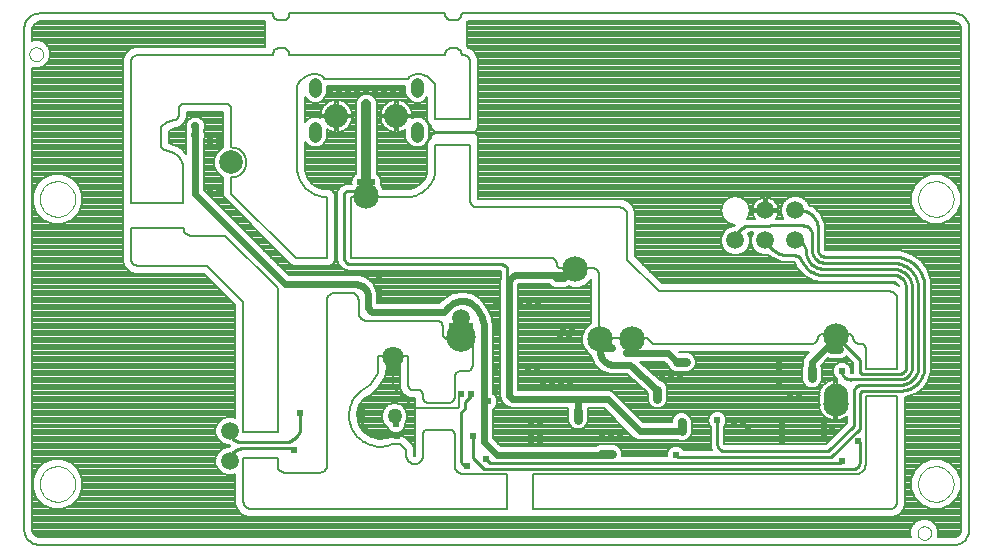
<source format=gbl>
G75*
G70*
%OFA0B0*%
%FSLAX24Y24*%
%IPPOS*%
%LPD*%
%AMOC8*
5,1,8,0,0,1.08239X$1,22.5*
%
%ADD10C,0.0050*%
%ADD11C,0.0000*%
%ADD12C,0.0004*%
%ADD13C,0.0433*%
%ADD14C,0.0709*%
%ADD15C,0.0500*%
%ADD16C,0.0850*%
%ADD17C,0.0825*%
%ADD18C,0.0984*%
%ADD19C,0.0591*%
%ADD20C,0.0787*%
%ADD21C,0.0800*%
%ADD22C,0.0080*%
%ADD23C,0.0240*%
%ADD24C,0.0100*%
%ADD25C,0.0320*%
%ADD26C,0.0300*%
%ADD27C,0.0240*%
%ADD28C,0.0300*%
%ADD29C,0.0280*%
%ADD30C,0.0280*%
%ADD31C,0.0260*%
%ADD32C,0.0220*%
D10*
X001427Y000927D02*
X031912Y000927D01*
X031957Y000928D01*
X032000Y000934D01*
X032044Y000943D01*
X032086Y000956D01*
X032127Y000972D01*
X032166Y000992D01*
X032204Y001015D01*
X032239Y001042D01*
X032272Y001071D01*
X032302Y001104D01*
X032329Y001138D01*
X032353Y001175D01*
X032374Y001214D01*
X032392Y001255D01*
X032405Y001297D01*
X032415Y001340D01*
X032422Y001383D01*
X032424Y001427D01*
X032423Y001427D02*
X032423Y018144D01*
X032424Y018145D02*
X032421Y018188D01*
X032415Y018232D01*
X032405Y018275D01*
X032391Y018317D01*
X032374Y018357D01*
X032353Y018396D01*
X032329Y018433D01*
X032302Y018468D01*
X032271Y018500D01*
X032239Y018529D01*
X032203Y018555D01*
X032166Y018579D01*
X032127Y018598D01*
X032086Y018615D01*
X032043Y018627D01*
X032000Y018636D01*
X031957Y018642D01*
X031912Y018643D01*
X031912Y018642D02*
X015500Y018642D01*
X015500Y018614D01*
X015496Y018586D01*
X015489Y018559D01*
X015478Y018533D01*
X015464Y018509D01*
X015447Y018487D01*
X015427Y018467D01*
X015405Y018450D01*
X015381Y018436D01*
X015355Y018425D01*
X015328Y018418D01*
X015300Y018414D01*
X015150Y018414D01*
X015122Y018418D01*
X015095Y018425D01*
X015069Y018436D01*
X015045Y018450D01*
X015023Y018467D01*
X015003Y018487D01*
X014986Y018509D01*
X014972Y018533D01*
X014961Y018559D01*
X014954Y018586D01*
X014950Y018614D01*
X014950Y018642D01*
X009762Y018642D01*
X009762Y018614D01*
X009758Y018586D01*
X009751Y018559D01*
X009740Y018533D01*
X009726Y018509D01*
X009709Y018487D01*
X009689Y018467D01*
X009667Y018450D01*
X009643Y018436D01*
X009617Y018425D01*
X009590Y018418D01*
X009562Y018414D01*
X009412Y018414D01*
X009413Y018414D02*
X009384Y018418D01*
X009357Y018425D01*
X009331Y018435D01*
X009306Y018449D01*
X009283Y018466D01*
X009263Y018486D01*
X009245Y018508D01*
X009231Y018533D01*
X009219Y018559D01*
X009212Y018586D01*
X009208Y018614D01*
X009207Y018642D01*
X001427Y018642D01*
X001383Y018640D01*
X001340Y018635D01*
X001298Y018625D01*
X001256Y018612D01*
X001216Y018596D01*
X001177Y018576D01*
X001141Y018552D01*
X001106Y018526D01*
X001074Y018497D01*
X001044Y018465D01*
X001018Y018430D01*
X000994Y018393D01*
X000974Y018355D01*
X000957Y018315D01*
X000944Y018273D01*
X000935Y018231D01*
X000929Y018187D01*
X000927Y018144D01*
X000927Y001427D01*
X000929Y001383D01*
X000935Y001340D01*
X000944Y001298D01*
X000957Y001256D01*
X000974Y001216D01*
X000994Y001177D01*
X001017Y001140D01*
X001044Y001106D01*
X001073Y001073D01*
X001106Y001044D01*
X001140Y001017D01*
X001177Y000994D01*
X001216Y000974D01*
X001256Y000957D01*
X001298Y000944D01*
X001340Y000935D01*
X001383Y000929D01*
X001427Y000927D01*
X008225Y002376D02*
X008225Y003826D01*
X009365Y003826D01*
X009365Y003586D01*
X009367Y003556D01*
X009372Y003526D01*
X009381Y003497D01*
X009394Y003470D01*
X009409Y003444D01*
X009428Y003420D01*
X009449Y003399D01*
X009473Y003380D01*
X009499Y003365D01*
X009526Y003352D01*
X009555Y003343D01*
X009585Y003338D01*
X009615Y003336D01*
X010765Y003336D01*
X010795Y003338D01*
X010825Y003343D01*
X010854Y003352D01*
X010881Y003365D01*
X010907Y003380D01*
X010931Y003399D01*
X010952Y003420D01*
X010971Y003444D01*
X010986Y003470D01*
X010999Y003497D01*
X011008Y003526D01*
X011013Y003556D01*
X011015Y003586D01*
X011015Y009086D01*
X011017Y009116D01*
X011022Y009146D01*
X011031Y009175D01*
X011044Y009202D01*
X011059Y009228D01*
X011078Y009252D01*
X011099Y009273D01*
X011123Y009292D01*
X011149Y009307D01*
X011176Y009320D01*
X011205Y009329D01*
X011235Y009334D01*
X011265Y009336D01*
X011815Y009336D01*
X011845Y009334D01*
X011875Y009329D01*
X011904Y009320D01*
X011931Y009307D01*
X011957Y009292D01*
X011981Y009273D01*
X012002Y009252D01*
X012021Y009228D01*
X012036Y009202D01*
X012049Y009175D01*
X012058Y009146D01*
X012063Y009116D01*
X012065Y009086D01*
X012065Y008686D01*
X012067Y008652D01*
X012073Y008619D01*
X012082Y008587D01*
X012095Y008556D01*
X012111Y008526D01*
X012130Y008499D01*
X012153Y008474D01*
X012178Y008451D01*
X012205Y008432D01*
X012235Y008416D01*
X012266Y008403D01*
X012298Y008394D01*
X012331Y008388D01*
X012365Y008386D01*
X014715Y008386D01*
X014738Y008384D01*
X014761Y008379D01*
X014783Y008370D01*
X014803Y008357D01*
X014821Y008342D01*
X014836Y008324D01*
X014849Y008304D01*
X014858Y008282D01*
X014863Y008259D01*
X014865Y008236D01*
X014865Y007986D01*
X014865Y007985D02*
X014868Y007957D01*
X014876Y007930D01*
X014887Y007904D01*
X014901Y007880D01*
X014919Y007858D01*
X014939Y007838D01*
X014961Y007821D01*
X014986Y007807D01*
X015012Y007796D01*
X015039Y007789D01*
X015067Y007785D01*
X015096Y007786D01*
X015665Y007786D01*
X015691Y007784D01*
X015717Y007779D01*
X015742Y007771D01*
X015765Y007759D01*
X015787Y007745D01*
X015806Y007727D01*
X015824Y007708D01*
X015838Y007686D01*
X015850Y007663D01*
X015858Y007638D01*
X015863Y007612D01*
X015865Y007586D01*
X015865Y006896D01*
X015861Y006869D01*
X015854Y006843D01*
X015843Y006818D01*
X015829Y006795D01*
X015812Y006774D01*
X015792Y006756D01*
X015769Y006741D01*
X015745Y006729D01*
X015719Y006721D01*
X015692Y006717D01*
X015665Y006716D01*
X015465Y006716D01*
X015439Y006714D01*
X015413Y006709D01*
X015388Y006701D01*
X015365Y006689D01*
X015343Y006675D01*
X015324Y006657D01*
X015306Y006638D01*
X015292Y006616D01*
X015280Y006593D01*
X015272Y006568D01*
X015267Y006542D01*
X015265Y006516D01*
X015265Y005830D01*
X015262Y005806D01*
X015256Y005784D01*
X015247Y005762D01*
X015235Y005742D01*
X015220Y005724D01*
X015203Y005708D01*
X015183Y005695D01*
X015162Y005685D01*
X015140Y005678D01*
X015117Y005674D01*
X015094Y005673D01*
X015093Y005673D02*
X014360Y005673D01*
X014360Y005674D02*
X014337Y005678D01*
X014315Y005685D01*
X014294Y005695D01*
X014275Y005708D01*
X014258Y005724D01*
X014244Y005742D01*
X014232Y005762D01*
X014223Y005783D01*
X014217Y005805D01*
X014214Y005828D01*
X014215Y005851D01*
X014215Y005913D01*
X014215Y005914D02*
X014215Y005937D01*
X014211Y005960D01*
X014205Y005982D01*
X014195Y006003D01*
X014183Y006022D01*
X014168Y006039D01*
X014150Y006054D01*
X014131Y006067D01*
X014110Y006076D01*
X014088Y006082D01*
X014065Y006086D01*
X013875Y006086D01*
X013875Y006087D02*
X013852Y006090D01*
X013830Y006097D01*
X013809Y006107D01*
X013789Y006120D01*
X013772Y006136D01*
X013756Y006153D01*
X013744Y006173D01*
X013735Y006195D01*
X013728Y006217D01*
X013725Y006240D01*
X013726Y006264D01*
X013725Y006263D02*
X013725Y007213D01*
X012725Y007213D01*
X012725Y006713D01*
X012704Y006656D01*
X012681Y006600D01*
X012654Y006546D01*
X012624Y006493D01*
X012592Y006442D01*
X012556Y006393D01*
X012518Y006346D01*
X012478Y006301D01*
X012435Y006258D01*
X012389Y006218D01*
X012341Y006181D01*
X012292Y006146D01*
X012240Y006114D01*
X012187Y006085D01*
X012187Y006086D02*
X012137Y006048D01*
X012089Y006007D01*
X012044Y005963D01*
X012002Y005917D01*
X011962Y005868D01*
X011926Y005816D01*
X011893Y005763D01*
X011863Y005708D01*
X011836Y005651D01*
X011813Y005592D01*
X011794Y005532D01*
X011778Y005471D01*
X011766Y005410D01*
X011757Y005347D01*
X011753Y005284D01*
X011752Y005222D01*
X011755Y005159D01*
X011762Y005096D01*
X011773Y005034D01*
X011787Y004973D01*
X011805Y004913D01*
X011827Y004854D01*
X011852Y004796D01*
X011881Y004740D01*
X011913Y004686D01*
X011948Y004634D01*
X011986Y004584D01*
X012027Y004536D01*
X012072Y004491D01*
X012118Y004449D01*
X012167Y004410D01*
X012219Y004374D01*
X012272Y004341D01*
X012328Y004311D01*
X012385Y004285D01*
X012443Y004262D01*
X012503Y004243D01*
X012564Y004227D01*
X012626Y004215D01*
X012688Y004207D01*
X012751Y004203D01*
X012814Y004202D01*
X012877Y004206D01*
X012939Y004213D01*
X013001Y004224D01*
X013063Y004238D01*
X013123Y004256D01*
X013182Y004278D01*
X013239Y004304D01*
X013240Y004303D02*
X013460Y004303D01*
X013660Y004103D01*
X013660Y003903D01*
X013659Y003903D02*
X013661Y003871D01*
X013666Y003839D01*
X013676Y003808D01*
X013689Y003778D01*
X013705Y003750D01*
X013724Y003724D01*
X013746Y003701D01*
X013771Y003680D01*
X013798Y003662D01*
X013827Y003648D01*
X013857Y003637D01*
X013889Y003629D01*
X013921Y003625D01*
X013953Y003625D01*
X013985Y003629D01*
X014017Y003637D01*
X014047Y003648D01*
X014076Y003662D01*
X014103Y003680D01*
X014128Y003701D01*
X014150Y003724D01*
X014169Y003750D01*
X014185Y003778D01*
X014198Y003808D01*
X014208Y003839D01*
X014213Y003871D01*
X014215Y003903D01*
X014215Y004625D01*
X014218Y004648D01*
X014225Y004670D01*
X014235Y004691D01*
X014248Y004711D01*
X014263Y004728D01*
X014281Y004743D01*
X014301Y004755D01*
X014322Y004765D01*
X014345Y004771D01*
X014368Y004774D01*
X014391Y004773D01*
X015115Y004773D01*
X015138Y004770D01*
X015160Y004763D01*
X015180Y004754D01*
X015200Y004742D01*
X015217Y004727D01*
X015232Y004710D01*
X015245Y004691D01*
X015254Y004670D01*
X015261Y004648D01*
X015264Y004626D01*
X015265Y004603D01*
X015265Y003586D01*
X015267Y003552D01*
X015273Y003519D01*
X015282Y003487D01*
X015295Y003456D01*
X015311Y003426D01*
X015330Y003399D01*
X015353Y003374D01*
X015378Y003351D01*
X015405Y003332D01*
X015435Y003316D01*
X015466Y003303D01*
X015498Y003294D01*
X015531Y003288D01*
X015565Y003286D01*
X017025Y003286D01*
X017025Y002126D01*
X008475Y002126D01*
X008445Y002128D01*
X008415Y002133D01*
X008386Y002142D01*
X008359Y002155D01*
X008333Y002170D01*
X008309Y002189D01*
X008288Y002210D01*
X008269Y002234D01*
X008254Y002260D01*
X008241Y002287D01*
X008232Y002316D01*
X008227Y002346D01*
X008225Y002376D01*
X008225Y004676D02*
X009365Y004676D01*
X009365Y009486D01*
X007615Y011236D01*
X006515Y011236D01*
X006485Y011235D01*
X006455Y011237D01*
X006426Y011243D01*
X006398Y011252D01*
X006370Y011263D01*
X006344Y011278D01*
X006320Y011296D01*
X006299Y011316D01*
X006279Y011339D01*
X006262Y011364D01*
X006248Y011390D01*
X006237Y011418D01*
X006230Y011447D01*
X006225Y011476D01*
X004475Y011476D01*
X004475Y010476D01*
X004477Y010446D01*
X004482Y010416D01*
X004491Y010387D01*
X004504Y010360D01*
X004519Y010334D01*
X004538Y010310D01*
X004559Y010289D01*
X004583Y010270D01*
X004609Y010255D01*
X004636Y010242D01*
X004665Y010233D01*
X004695Y010228D01*
X004725Y010226D01*
X007025Y010226D01*
X008225Y009026D01*
X008225Y004676D01*
X017875Y003286D02*
X017875Y002126D01*
X029775Y002126D01*
X029805Y002128D01*
X029835Y002133D01*
X029864Y002142D01*
X029891Y002155D01*
X029917Y002170D01*
X029941Y002189D01*
X029962Y002210D01*
X029981Y002234D01*
X029996Y002260D01*
X030009Y002287D01*
X030018Y002316D01*
X030023Y002346D01*
X030025Y002376D01*
X030025Y005901D01*
X028965Y005901D01*
X028965Y003636D01*
X028966Y003602D01*
X028963Y003568D01*
X028957Y003534D01*
X028947Y003502D01*
X028934Y003470D01*
X028918Y003440D01*
X028898Y003412D01*
X028876Y003386D01*
X028851Y003363D01*
X028824Y003342D01*
X028795Y003324D01*
X028764Y003310D01*
X028732Y003298D01*
X028699Y003290D01*
X028665Y003286D01*
X017875Y003286D01*
X021865Y007636D02*
X021665Y007836D01*
X020325Y007836D01*
X020295Y007838D01*
X020265Y007843D01*
X020236Y007852D01*
X020209Y007865D01*
X020183Y007880D01*
X020159Y007899D01*
X020138Y007920D01*
X020119Y007944D01*
X020104Y007970D01*
X020091Y007997D01*
X020082Y008026D01*
X020077Y008056D01*
X020075Y008086D01*
X020075Y009955D01*
X020072Y009983D01*
X020066Y010009D01*
X020056Y010035D01*
X020043Y010059D01*
X020027Y010081D01*
X020008Y010101D01*
X019986Y010118D01*
X019963Y010132D01*
X019938Y010143D01*
X019912Y010151D01*
X019885Y010155D01*
X019858Y010156D01*
X019858Y010155D02*
X018821Y010155D01*
X018798Y010157D01*
X018776Y010162D01*
X018755Y010170D01*
X018735Y010182D01*
X018718Y010197D01*
X018703Y010214D01*
X018690Y010234D01*
X018681Y010255D01*
X018676Y010277D01*
X018674Y010300D01*
X018675Y010299D02*
X018674Y010325D01*
X018670Y010349D01*
X018663Y010374D01*
X018652Y010396D01*
X018638Y010417D01*
X018621Y010436D01*
X018602Y010452D01*
X018580Y010466D01*
X018557Y010476D01*
X018533Y010483D01*
X018508Y010486D01*
X011825Y010486D01*
X011825Y012524D01*
X013725Y012524D01*
X013724Y012525D02*
X013785Y012530D01*
X013846Y012540D01*
X013905Y012553D01*
X013964Y012570D01*
X014022Y012590D01*
X014078Y012615D01*
X014132Y012642D01*
X014185Y012673D01*
X014235Y012708D01*
X014283Y012745D01*
X014329Y012786D01*
X014372Y012829D01*
X014413Y012875D01*
X014450Y012924D01*
X014484Y012974D01*
X014515Y013027D01*
X014542Y013082D01*
X014566Y013138D01*
X014586Y013196D01*
X014603Y013255D01*
X014616Y013314D01*
X014625Y013375D01*
X014625Y013374D02*
X014625Y014264D01*
X015785Y014264D01*
X015785Y012426D01*
X015787Y012396D01*
X015792Y012366D01*
X015801Y012337D01*
X015814Y012310D01*
X015829Y012284D01*
X015848Y012260D01*
X015869Y012239D01*
X015893Y012220D01*
X015919Y012205D01*
X015946Y012192D01*
X015975Y012183D01*
X016005Y012178D01*
X016035Y012176D01*
X020775Y012176D01*
X020805Y012174D01*
X020835Y012169D01*
X020864Y012160D01*
X020891Y012147D01*
X020917Y012132D01*
X020941Y012113D01*
X020962Y012092D01*
X020981Y012068D01*
X020996Y012042D01*
X021009Y012015D01*
X021018Y011986D01*
X021023Y011956D01*
X021025Y011926D01*
X021025Y010436D01*
X022075Y009376D01*
X029775Y009376D01*
X029805Y009374D01*
X029835Y009369D01*
X029864Y009360D01*
X029891Y009347D01*
X029917Y009332D01*
X029941Y009313D01*
X029962Y009292D01*
X029981Y009268D01*
X029996Y009242D01*
X030009Y009215D01*
X030018Y009186D01*
X030023Y009156D01*
X030025Y009126D01*
X030025Y006801D01*
X028965Y006801D01*
X028965Y007455D01*
X028966Y007479D01*
X028964Y007502D01*
X028958Y007524D01*
X028949Y007546D01*
X028938Y007566D01*
X028923Y007584D01*
X028906Y007600D01*
X028887Y007614D01*
X028866Y007624D01*
X028844Y007632D01*
X028822Y007636D01*
X028821Y007636D02*
X028758Y007636D01*
X028732Y007635D01*
X028706Y007639D01*
X028680Y007646D01*
X028656Y007657D01*
X028634Y007671D01*
X028614Y007688D01*
X028596Y007708D01*
X028582Y007730D01*
X028570Y007753D01*
X028563Y007779D01*
X028559Y007805D01*
X028558Y007805D02*
X028556Y007828D01*
X028551Y007851D01*
X028542Y007873D01*
X028529Y007893D01*
X028514Y007911D01*
X028496Y007926D01*
X028476Y007939D01*
X028454Y007948D01*
X028431Y007953D01*
X028408Y007955D01*
X027521Y007955D01*
X027498Y007953D01*
X027475Y007948D01*
X027453Y007939D01*
X027433Y007926D01*
X027415Y007911D01*
X027400Y007893D01*
X027387Y007873D01*
X027378Y007851D01*
X027373Y007828D01*
X027371Y007805D01*
X027367Y007779D01*
X027360Y007753D01*
X027348Y007730D01*
X027334Y007708D01*
X027316Y007688D01*
X027296Y007671D01*
X027274Y007657D01*
X027250Y007646D01*
X027224Y007639D01*
X027198Y007635D01*
X027172Y007636D01*
X027171Y007636D02*
X021865Y007636D01*
X011025Y010486D02*
X011025Y012524D01*
X010975Y012524D01*
X010025Y013374D02*
X010025Y016238D01*
X010045Y016282D01*
X010069Y016324D01*
X010096Y016364D01*
X010126Y016402D01*
X010159Y016437D01*
X010195Y016470D01*
X010233Y016500D01*
X010273Y016527D01*
X010316Y016550D01*
X010360Y016570D01*
X010405Y016587D01*
X010452Y016600D01*
X010499Y016609D01*
X010547Y016614D01*
X010596Y016616D01*
X010644Y016614D01*
X010692Y016608D01*
X010739Y016598D01*
X010786Y016585D01*
X010831Y016568D01*
X010928Y016474D02*
X013718Y016474D01*
X013719Y016474D02*
X013730Y016494D01*
X013744Y016513D01*
X013760Y016530D01*
X013778Y016545D01*
X013798Y016558D01*
X013818Y016568D01*
X014625Y016238D02*
X014625Y015114D01*
X015785Y015114D01*
X015785Y017014D01*
X015784Y017044D01*
X015779Y017073D01*
X015771Y017101D01*
X015759Y017128D01*
X015744Y017154D01*
X015727Y017178D01*
X015706Y017199D01*
X015683Y017218D01*
X015658Y017234D01*
X015632Y017246D01*
X015603Y017256D01*
X015574Y017262D01*
X015545Y017264D01*
X015500Y017264D01*
X015500Y017292D01*
X015496Y017320D01*
X015489Y017347D01*
X015478Y017373D01*
X015464Y017397D01*
X015447Y017419D01*
X015427Y017439D01*
X015405Y017456D01*
X015381Y017470D01*
X015355Y017481D01*
X015328Y017488D01*
X015300Y017492D01*
X015150Y017492D01*
X015122Y017488D01*
X015095Y017481D01*
X015069Y017470D01*
X015045Y017456D01*
X015023Y017439D01*
X015003Y017419D01*
X014986Y017397D01*
X014972Y017373D01*
X014961Y017347D01*
X014954Y017320D01*
X014950Y017292D01*
X014950Y017264D01*
X009762Y017264D01*
X009762Y017292D01*
X009758Y017320D01*
X009751Y017347D01*
X009740Y017373D01*
X009726Y017397D01*
X009709Y017419D01*
X009689Y017439D01*
X009667Y017456D01*
X009643Y017470D01*
X009617Y017481D01*
X009590Y017488D01*
X009562Y017492D01*
X009412Y017492D01*
X009413Y017493D02*
X009384Y017489D01*
X009357Y017482D01*
X009331Y017472D01*
X009306Y017458D01*
X009283Y017441D01*
X009263Y017421D01*
X009245Y017399D01*
X009231Y017374D01*
X009219Y017348D01*
X009212Y017321D01*
X009208Y017293D01*
X009207Y017265D01*
X009207Y017264D02*
X004725Y017264D01*
X004695Y017262D01*
X004665Y017257D01*
X004636Y017248D01*
X004609Y017235D01*
X004583Y017220D01*
X004559Y017201D01*
X004538Y017180D01*
X004519Y017156D01*
X004504Y017130D01*
X004491Y017103D01*
X004482Y017074D01*
X004477Y017044D01*
X004475Y017014D01*
X004475Y012326D01*
X006225Y012326D01*
X006225Y013526D01*
X005925Y013976D02*
X005625Y014076D01*
X005599Y014085D01*
X005574Y014097D01*
X005551Y014113D01*
X005530Y014131D01*
X005512Y014152D01*
X005496Y014175D01*
X005484Y014200D01*
X005475Y014226D01*
X005475Y014826D01*
X005625Y014976D02*
X005925Y015076D01*
X006075Y015226D02*
X006075Y015476D01*
X006077Y015499D01*
X006082Y015522D01*
X006091Y015544D01*
X006104Y015564D01*
X006119Y015582D01*
X006137Y015597D01*
X006157Y015610D01*
X006179Y015619D01*
X006202Y015624D01*
X006225Y015626D01*
X007675Y015626D01*
X007698Y015624D01*
X007721Y015619D01*
X007743Y015610D01*
X007763Y015597D01*
X007781Y015582D01*
X007796Y015564D01*
X007809Y015544D01*
X007818Y015522D01*
X007823Y015499D01*
X007825Y015476D01*
X007825Y014176D01*
X007869Y014174D01*
X007912Y014168D01*
X007954Y014159D01*
X007996Y014146D01*
X008036Y014129D01*
X008075Y014109D01*
X008112Y014086D01*
X008146Y014059D01*
X008179Y014030D01*
X008208Y013997D01*
X008235Y013963D01*
X008258Y013926D01*
X008278Y013887D01*
X008295Y013847D01*
X008308Y013805D01*
X008317Y013763D01*
X008323Y013720D01*
X008325Y013676D01*
X008323Y013632D01*
X008317Y013589D01*
X008308Y013547D01*
X008295Y013505D01*
X008278Y013465D01*
X008258Y013426D01*
X008235Y013389D01*
X008208Y013355D01*
X008179Y013322D01*
X008146Y013293D01*
X008112Y013266D01*
X008075Y013243D01*
X008036Y013223D01*
X007996Y013206D01*
X007954Y013193D01*
X007912Y013184D01*
X007869Y013178D01*
X007825Y013176D01*
X007825Y012636D01*
X009965Y010486D01*
X011025Y010486D01*
X010974Y012524D02*
X010914Y012527D01*
X010855Y012535D01*
X010795Y012546D01*
X010737Y012560D01*
X010680Y012578D01*
X010623Y012600D01*
X010569Y012625D01*
X010515Y012653D01*
X010464Y012684D01*
X010415Y012719D01*
X010367Y012756D01*
X010322Y012796D01*
X010280Y012839D01*
X010240Y012884D01*
X010204Y012932D01*
X010170Y012982D01*
X010139Y013033D01*
X010111Y013087D01*
X010087Y013142D01*
X010066Y013198D01*
X010048Y013256D01*
X010034Y013315D01*
X010024Y013374D01*
X005625Y014976D02*
X005599Y014967D01*
X005574Y014955D01*
X005551Y014939D01*
X005530Y014921D01*
X005512Y014900D01*
X005496Y014877D01*
X005484Y014852D01*
X005475Y014826D01*
X005925Y015076D02*
X005954Y015089D01*
X005980Y015105D01*
X006005Y015124D01*
X006027Y015146D01*
X006046Y015171D01*
X006062Y015197D01*
X006075Y015226D01*
X005925Y013976D02*
X005963Y013950D01*
X006000Y013922D01*
X006035Y013891D01*
X006067Y013857D01*
X006097Y013822D01*
X006125Y013784D01*
X006149Y013744D01*
X006170Y013703D01*
X006189Y013660D01*
X006204Y013616D01*
X006216Y013571D01*
X006225Y013526D01*
X010831Y016568D02*
X010851Y016558D01*
X010870Y016545D01*
X010888Y016530D01*
X010903Y016513D01*
X010917Y016494D01*
X010928Y016474D01*
X013819Y016568D02*
X013864Y016585D01*
X013911Y016598D01*
X013958Y016608D01*
X014006Y016614D01*
X014054Y016616D01*
X014103Y016614D01*
X014151Y016609D01*
X014198Y016600D01*
X014245Y016587D01*
X014290Y016570D01*
X014334Y016550D01*
X014377Y016527D01*
X014417Y016500D01*
X014455Y016470D01*
X014491Y016437D01*
X014524Y016402D01*
X014554Y016364D01*
X014581Y016324D01*
X014605Y016282D01*
X014625Y016238D01*
D11*
X001440Y012459D02*
X001442Y012507D01*
X001448Y012555D01*
X001458Y012602D01*
X001471Y012648D01*
X001489Y012693D01*
X001509Y012737D01*
X001534Y012779D01*
X001562Y012818D01*
X001592Y012855D01*
X001626Y012889D01*
X001663Y012921D01*
X001701Y012950D01*
X001742Y012975D01*
X001785Y012997D01*
X001830Y013015D01*
X001876Y013029D01*
X001923Y013040D01*
X001971Y013047D01*
X002019Y013050D01*
X002067Y013049D01*
X002115Y013044D01*
X002163Y013035D01*
X002209Y013023D01*
X002254Y013006D01*
X002298Y012986D01*
X002340Y012963D01*
X002380Y012936D01*
X002418Y012906D01*
X002453Y012873D01*
X002485Y012837D01*
X002515Y012799D01*
X002541Y012758D01*
X002563Y012715D01*
X002583Y012671D01*
X002598Y012626D01*
X002610Y012579D01*
X002618Y012531D01*
X002622Y012483D01*
X002622Y012435D01*
X002618Y012387D01*
X002610Y012339D01*
X002598Y012292D01*
X002583Y012247D01*
X002563Y012203D01*
X002541Y012160D01*
X002515Y012119D01*
X002485Y012081D01*
X002453Y012045D01*
X002418Y012012D01*
X002380Y011982D01*
X002340Y011955D01*
X002298Y011932D01*
X002254Y011912D01*
X002209Y011895D01*
X002163Y011883D01*
X002115Y011874D01*
X002067Y011869D01*
X002019Y011868D01*
X001971Y011871D01*
X001923Y011878D01*
X001876Y011889D01*
X001830Y011903D01*
X001785Y011921D01*
X001742Y011943D01*
X001701Y011968D01*
X001663Y011997D01*
X001626Y012029D01*
X001592Y012063D01*
X001562Y012100D01*
X001534Y012139D01*
X001509Y012181D01*
X001489Y012225D01*
X001471Y012270D01*
X001458Y012316D01*
X001448Y012363D01*
X001442Y012411D01*
X001440Y012459D01*
X001094Y017283D02*
X001096Y017313D01*
X001102Y017342D01*
X001111Y017370D01*
X001124Y017396D01*
X001141Y017421D01*
X001160Y017444D01*
X001183Y017463D01*
X001207Y017480D01*
X001234Y017493D01*
X001262Y017502D01*
X001291Y017508D01*
X001321Y017510D01*
X001351Y017508D01*
X001380Y017502D01*
X001408Y017493D01*
X001434Y017480D01*
X001459Y017463D01*
X001482Y017444D01*
X001501Y017421D01*
X001518Y017397D01*
X001531Y017370D01*
X001540Y017342D01*
X001546Y017313D01*
X001548Y017283D01*
X001546Y017253D01*
X001540Y017224D01*
X001531Y017196D01*
X001518Y017170D01*
X001501Y017145D01*
X001482Y017122D01*
X001459Y017103D01*
X001435Y017086D01*
X001408Y017073D01*
X001380Y017064D01*
X001351Y017058D01*
X001321Y017056D01*
X001291Y017058D01*
X001262Y017064D01*
X001234Y017073D01*
X001208Y017086D01*
X001183Y017103D01*
X001160Y017122D01*
X001141Y017145D01*
X001124Y017169D01*
X001111Y017196D01*
X001102Y017224D01*
X001096Y017253D01*
X001094Y017283D01*
X001440Y002959D02*
X001442Y003007D01*
X001448Y003055D01*
X001458Y003102D01*
X001471Y003148D01*
X001489Y003193D01*
X001509Y003237D01*
X001534Y003279D01*
X001562Y003318D01*
X001592Y003355D01*
X001626Y003389D01*
X001663Y003421D01*
X001701Y003450D01*
X001742Y003475D01*
X001785Y003497D01*
X001830Y003515D01*
X001876Y003529D01*
X001923Y003540D01*
X001971Y003547D01*
X002019Y003550D01*
X002067Y003549D01*
X002115Y003544D01*
X002163Y003535D01*
X002209Y003523D01*
X002254Y003506D01*
X002298Y003486D01*
X002340Y003463D01*
X002380Y003436D01*
X002418Y003406D01*
X002453Y003373D01*
X002485Y003337D01*
X002515Y003299D01*
X002541Y003258D01*
X002563Y003215D01*
X002583Y003171D01*
X002598Y003126D01*
X002610Y003079D01*
X002618Y003031D01*
X002622Y002983D01*
X002622Y002935D01*
X002618Y002887D01*
X002610Y002839D01*
X002598Y002792D01*
X002583Y002747D01*
X002563Y002703D01*
X002541Y002660D01*
X002515Y002619D01*
X002485Y002581D01*
X002453Y002545D01*
X002418Y002512D01*
X002380Y002482D01*
X002340Y002455D01*
X002298Y002432D01*
X002254Y002412D01*
X002209Y002395D01*
X002163Y002383D01*
X002115Y002374D01*
X002067Y002369D01*
X002019Y002368D01*
X001971Y002371D01*
X001923Y002378D01*
X001876Y002389D01*
X001830Y002403D01*
X001785Y002421D01*
X001742Y002443D01*
X001701Y002468D01*
X001663Y002497D01*
X001626Y002529D01*
X001592Y002563D01*
X001562Y002600D01*
X001534Y002639D01*
X001509Y002681D01*
X001489Y002725D01*
X001471Y002770D01*
X001458Y002816D01*
X001448Y002863D01*
X001442Y002911D01*
X001440Y002959D01*
X030698Y001321D02*
X030700Y001351D01*
X030706Y001380D01*
X030715Y001408D01*
X030728Y001434D01*
X030745Y001459D01*
X030764Y001482D01*
X030787Y001501D01*
X030811Y001518D01*
X030838Y001531D01*
X030866Y001540D01*
X030895Y001546D01*
X030925Y001548D01*
X030955Y001546D01*
X030984Y001540D01*
X031012Y001531D01*
X031038Y001518D01*
X031063Y001501D01*
X031086Y001482D01*
X031105Y001459D01*
X031122Y001435D01*
X031135Y001408D01*
X031144Y001380D01*
X031150Y001351D01*
X031152Y001321D01*
X031150Y001291D01*
X031144Y001262D01*
X031135Y001234D01*
X031122Y001208D01*
X031105Y001183D01*
X031086Y001160D01*
X031063Y001141D01*
X031039Y001124D01*
X031012Y001111D01*
X030984Y001102D01*
X030955Y001096D01*
X030925Y001094D01*
X030895Y001096D01*
X030866Y001102D01*
X030838Y001111D01*
X030812Y001124D01*
X030787Y001141D01*
X030764Y001160D01*
X030745Y001183D01*
X030728Y001207D01*
X030715Y001234D01*
X030706Y001262D01*
X030700Y001291D01*
X030698Y001321D01*
X030718Y002959D02*
X030720Y003007D01*
X030726Y003055D01*
X030736Y003102D01*
X030749Y003148D01*
X030767Y003193D01*
X030787Y003237D01*
X030812Y003279D01*
X030840Y003318D01*
X030870Y003355D01*
X030904Y003389D01*
X030941Y003421D01*
X030979Y003450D01*
X031020Y003475D01*
X031063Y003497D01*
X031108Y003515D01*
X031154Y003529D01*
X031201Y003540D01*
X031249Y003547D01*
X031297Y003550D01*
X031345Y003549D01*
X031393Y003544D01*
X031441Y003535D01*
X031487Y003523D01*
X031532Y003506D01*
X031576Y003486D01*
X031618Y003463D01*
X031658Y003436D01*
X031696Y003406D01*
X031731Y003373D01*
X031763Y003337D01*
X031793Y003299D01*
X031819Y003258D01*
X031841Y003215D01*
X031861Y003171D01*
X031876Y003126D01*
X031888Y003079D01*
X031896Y003031D01*
X031900Y002983D01*
X031900Y002935D01*
X031896Y002887D01*
X031888Y002839D01*
X031876Y002792D01*
X031861Y002747D01*
X031841Y002703D01*
X031819Y002660D01*
X031793Y002619D01*
X031763Y002581D01*
X031731Y002545D01*
X031696Y002512D01*
X031658Y002482D01*
X031618Y002455D01*
X031576Y002432D01*
X031532Y002412D01*
X031487Y002395D01*
X031441Y002383D01*
X031393Y002374D01*
X031345Y002369D01*
X031297Y002368D01*
X031249Y002371D01*
X031201Y002378D01*
X031154Y002389D01*
X031108Y002403D01*
X031063Y002421D01*
X031020Y002443D01*
X030979Y002468D01*
X030941Y002497D01*
X030904Y002529D01*
X030870Y002563D01*
X030840Y002600D01*
X030812Y002639D01*
X030787Y002681D01*
X030767Y002725D01*
X030749Y002770D01*
X030736Y002816D01*
X030726Y002863D01*
X030720Y002911D01*
X030718Y002959D01*
X030718Y012459D02*
X030720Y012507D01*
X030726Y012555D01*
X030736Y012602D01*
X030749Y012648D01*
X030767Y012693D01*
X030787Y012737D01*
X030812Y012779D01*
X030840Y012818D01*
X030870Y012855D01*
X030904Y012889D01*
X030941Y012921D01*
X030979Y012950D01*
X031020Y012975D01*
X031063Y012997D01*
X031108Y013015D01*
X031154Y013029D01*
X031201Y013040D01*
X031249Y013047D01*
X031297Y013050D01*
X031345Y013049D01*
X031393Y013044D01*
X031441Y013035D01*
X031487Y013023D01*
X031532Y013006D01*
X031576Y012986D01*
X031618Y012963D01*
X031658Y012936D01*
X031696Y012906D01*
X031731Y012873D01*
X031763Y012837D01*
X031793Y012799D01*
X031819Y012758D01*
X031841Y012715D01*
X031861Y012671D01*
X031876Y012626D01*
X031888Y012579D01*
X031896Y012531D01*
X031900Y012483D01*
X031900Y012435D01*
X031896Y012387D01*
X031888Y012339D01*
X031876Y012292D01*
X031861Y012247D01*
X031841Y012203D01*
X031819Y012160D01*
X031793Y012119D01*
X031763Y012081D01*
X031731Y012045D01*
X031696Y012012D01*
X031658Y011982D01*
X031618Y011955D01*
X031576Y011932D01*
X031532Y011912D01*
X031487Y011895D01*
X031441Y011883D01*
X031393Y011874D01*
X031345Y011869D01*
X031297Y011868D01*
X031249Y011871D01*
X031201Y011878D01*
X031154Y011889D01*
X031108Y011903D01*
X031063Y011921D01*
X031020Y011943D01*
X030979Y011968D01*
X030941Y011997D01*
X030904Y012029D01*
X030870Y012063D01*
X030840Y012100D01*
X030812Y012139D01*
X030787Y012181D01*
X030767Y012225D01*
X030749Y012270D01*
X030736Y012316D01*
X030726Y012363D01*
X030720Y012411D01*
X030718Y012459D01*
D12*
X014134Y014566D02*
X014134Y014810D01*
X014132Y014830D01*
X014127Y014849D01*
X014118Y014867D01*
X014106Y014883D01*
X014091Y014896D01*
X014074Y014907D01*
X014056Y014914D01*
X014036Y014918D01*
X014016Y014918D01*
X013996Y014914D01*
X013978Y014907D01*
X013961Y014896D01*
X013946Y014883D01*
X013934Y014867D01*
X013925Y014849D01*
X013920Y014830D01*
X013918Y014810D01*
X013917Y014810D02*
X013917Y014566D01*
X013918Y014566D02*
X013920Y014546D01*
X013925Y014527D01*
X013934Y014509D01*
X013946Y014493D01*
X013961Y014480D01*
X013978Y014469D01*
X013996Y014462D01*
X014016Y014458D01*
X014036Y014458D01*
X014056Y014462D01*
X014074Y014469D01*
X014091Y014480D01*
X014106Y014493D01*
X014118Y014509D01*
X014127Y014527D01*
X014132Y014546D01*
X014134Y014566D01*
X014134Y016062D02*
X014134Y016306D01*
X014132Y016326D01*
X014127Y016345D01*
X014118Y016363D01*
X014106Y016379D01*
X014091Y016392D01*
X014074Y016403D01*
X014056Y016410D01*
X014036Y016414D01*
X014016Y016414D01*
X013996Y016410D01*
X013978Y016403D01*
X013961Y016392D01*
X013946Y016379D01*
X013934Y016363D01*
X013925Y016345D01*
X013920Y016326D01*
X013918Y016306D01*
X013917Y016306D02*
X013917Y016062D01*
X013918Y016062D02*
X013920Y016042D01*
X013925Y016023D01*
X013934Y016005D01*
X013946Y015989D01*
X013961Y015976D01*
X013978Y015965D01*
X013996Y015958D01*
X014016Y015954D01*
X014036Y015954D01*
X014056Y015958D01*
X014074Y015965D01*
X014091Y015976D01*
X014106Y015989D01*
X014118Y016005D01*
X014127Y016023D01*
X014132Y016042D01*
X014134Y016062D01*
X010732Y016062D02*
X010732Y016306D01*
X010730Y016326D01*
X010725Y016345D01*
X010716Y016363D01*
X010704Y016379D01*
X010689Y016392D01*
X010672Y016403D01*
X010654Y016410D01*
X010634Y016414D01*
X010614Y016414D01*
X010594Y016410D01*
X010576Y016403D01*
X010559Y016392D01*
X010544Y016379D01*
X010532Y016363D01*
X010523Y016345D01*
X010518Y016326D01*
X010516Y016306D01*
X010516Y016062D01*
X010518Y016042D01*
X010523Y016023D01*
X010532Y016005D01*
X010544Y015989D01*
X010559Y015976D01*
X010576Y015965D01*
X010594Y015958D01*
X010614Y015954D01*
X010634Y015954D01*
X010654Y015958D01*
X010672Y015965D01*
X010689Y015976D01*
X010704Y015989D01*
X010716Y016005D01*
X010725Y016023D01*
X010730Y016042D01*
X010732Y016062D01*
X010732Y014810D02*
X010732Y014566D01*
X010730Y014546D01*
X010725Y014527D01*
X010716Y014509D01*
X010704Y014493D01*
X010689Y014480D01*
X010672Y014469D01*
X010654Y014462D01*
X010634Y014458D01*
X010614Y014458D01*
X010594Y014462D01*
X010576Y014469D01*
X010559Y014480D01*
X010544Y014493D01*
X010532Y014509D01*
X010523Y014527D01*
X010518Y014546D01*
X010516Y014566D01*
X010516Y014810D01*
X010518Y014830D01*
X010523Y014849D01*
X010532Y014867D01*
X010544Y014883D01*
X010559Y014896D01*
X010576Y014907D01*
X010594Y014914D01*
X010614Y014918D01*
X010634Y014918D01*
X010654Y014914D01*
X010672Y014907D01*
X010689Y014896D01*
X010704Y014883D01*
X010716Y014867D01*
X010725Y014849D01*
X010730Y014830D01*
X010732Y014810D01*
D13*
X010624Y014808D02*
X010624Y014808D01*
X010624Y014572D01*
X010624Y014572D01*
X010624Y014808D01*
X010624Y016304D02*
X010624Y016304D01*
X010624Y016068D01*
X010624Y016068D01*
X010624Y016304D01*
X014026Y016304D02*
X014026Y016304D01*
X014026Y016068D01*
X014026Y016068D01*
X014026Y016304D01*
X014026Y014808D02*
X014026Y014808D01*
X014026Y014572D01*
X014026Y014572D01*
X014026Y014808D01*
D14*
X013224Y007203D03*
D15*
X013265Y005216D03*
D16*
X020115Y007786D03*
X021165Y007786D03*
X019290Y010111D03*
X012325Y012574D03*
X027965Y007886D03*
X027965Y005636D03*
D17*
X027965Y005761D03*
X027965Y005886D03*
D18*
X015496Y007842D03*
D19*
X015496Y008476D03*
X007771Y004724D03*
X007771Y003724D03*
X024628Y011076D03*
X025628Y011076D03*
X026628Y011076D03*
X026628Y012076D03*
X025628Y012076D03*
D20*
X007827Y013676D03*
D21*
X011325Y015224D03*
X013325Y015224D03*
D22*
X013365Y015214D02*
X014360Y015214D01*
X014360Y015136D02*
X014258Y015136D01*
X014250Y015144D02*
X014104Y015204D01*
X013947Y015204D01*
X013863Y015170D01*
X013865Y015182D01*
X013865Y015184D01*
X013365Y015184D01*
X013365Y014684D01*
X013367Y014684D01*
X013451Y014698D01*
X013532Y014724D01*
X013608Y014762D01*
X013629Y014778D01*
X013629Y014493D01*
X013689Y014347D01*
X013801Y014235D01*
X013947Y014175D01*
X014104Y014175D01*
X014250Y014235D01*
X014362Y014347D01*
X014422Y014493D01*
X014422Y014887D01*
X014362Y015032D01*
X014250Y015144D01*
X014337Y015057D02*
X014361Y015057D01*
X014360Y015062D02*
X014400Y014964D01*
X014475Y014890D01*
X014480Y014887D01*
X014480Y014824D01*
X014600Y014704D01*
X015940Y014704D01*
X016060Y014824D01*
X016060Y015162D01*
X016050Y015172D01*
X016050Y017012D01*
X016052Y017110D01*
X016052Y017110D01*
X015978Y017299D01*
X015978Y017299D01*
X015837Y017446D01*
X015717Y017498D01*
X015709Y017523D01*
X015692Y017542D01*
X015692Y018364D01*
X015703Y018377D01*
X031861Y018377D01*
X031863Y018377D01*
X031914Y018377D01*
X031916Y018377D01*
X031963Y018373D01*
X032049Y018339D01*
X032116Y018273D01*
X032153Y018187D01*
X032158Y018141D01*
X032158Y001430D01*
X032153Y001383D01*
X032116Y001297D01*
X032049Y001231D01*
X031962Y001196D01*
X031916Y001192D01*
X031914Y001192D01*
X031863Y001193D01*
X031861Y001192D01*
X031377Y001192D01*
X031392Y001228D01*
X031392Y001414D01*
X031321Y001586D01*
X031190Y001717D01*
X031018Y001788D01*
X030832Y001788D01*
X030661Y001717D01*
X030529Y001586D01*
X030458Y001414D01*
X030458Y001228D01*
X030473Y001192D01*
X001427Y001192D01*
X001382Y001197D01*
X001297Y001232D01*
X001232Y001297D01*
X001197Y001382D01*
X001192Y001427D01*
X001192Y016831D01*
X001228Y016816D01*
X001414Y016816D01*
X001586Y016887D01*
X001717Y017019D01*
X001788Y017190D01*
X001788Y017376D01*
X001717Y017548D01*
X001586Y017679D01*
X001414Y017750D01*
X001228Y017750D01*
X001192Y017735D01*
X001192Y018144D01*
X001197Y018189D01*
X001232Y018274D01*
X001297Y018338D01*
X001381Y018373D01*
X001427Y018377D01*
X001480Y018377D01*
X008942Y018377D01*
X008942Y017529D01*
X004622Y017529D01*
X004433Y017451D01*
X004288Y017306D01*
X004210Y017117D01*
X004210Y010373D01*
X004288Y010184D01*
X004433Y010039D01*
X004433Y010039D01*
X004622Y009961D01*
X006915Y009961D01*
X007960Y008916D01*
X007960Y005160D01*
X007866Y005199D01*
X007677Y005199D01*
X007502Y005127D01*
X007368Y004993D01*
X007296Y004818D01*
X007296Y004629D01*
X007368Y004454D01*
X007502Y004321D01*
X007677Y004248D01*
X007769Y004248D01*
X007782Y004235D01*
X007746Y004199D01*
X007677Y004199D01*
X007502Y004127D01*
X007368Y003993D01*
X007296Y003818D01*
X007296Y003629D01*
X007368Y003454D01*
X007502Y003321D01*
X007677Y003248D01*
X007866Y003248D01*
X007960Y003287D01*
X007960Y002273D01*
X008038Y002084D01*
X008183Y001939D01*
X008183Y001939D01*
X008372Y001861D01*
X029877Y001861D01*
X030067Y001939D01*
X030211Y002084D01*
X030290Y002273D01*
X030290Y005841D01*
X030292Y005841D01*
X030603Y005944D01*
X030867Y006137D01*
X031058Y006403D01*
X031158Y006715D01*
X031157Y006878D01*
X031157Y009722D01*
X031037Y010093D01*
X030808Y010408D01*
X030808Y010408D01*
X030808Y010408D01*
X030493Y010637D01*
X030493Y010637D01*
X030122Y010757D01*
X027627Y010757D01*
X027623Y010758D01*
X027616Y010761D01*
X027611Y010766D01*
X027608Y010773D01*
X027607Y010777D01*
X027607Y011642D01*
X027481Y011947D01*
X027248Y012180D01*
X027068Y012254D01*
X027030Y012345D01*
X026897Y012479D01*
X026722Y012551D01*
X026533Y012551D01*
X026358Y012479D01*
X026225Y012345D01*
X026152Y012171D01*
X026152Y011982D01*
X026225Y011807D01*
X026226Y011806D01*
X025969Y011806D01*
X026000Y011848D01*
X026031Y011909D01*
X026052Y011974D01*
X026062Y012036D01*
X025668Y012036D01*
X025668Y012116D01*
X026062Y012116D01*
X026052Y012178D01*
X026031Y012243D01*
X026000Y012304D01*
X025960Y012360D01*
X025911Y012408D01*
X025856Y012448D01*
X025795Y012479D01*
X025729Y012501D01*
X025668Y012510D01*
X025668Y012116D01*
X025588Y012116D01*
X025588Y012510D01*
X025526Y012501D01*
X025460Y012479D01*
X025399Y012448D01*
X025344Y012408D01*
X025296Y012360D01*
X025255Y012304D01*
X025224Y012243D01*
X025203Y012178D01*
X025193Y012116D01*
X025588Y012116D01*
X025588Y012036D01*
X025193Y012036D01*
X025203Y011974D01*
X025224Y011909D01*
X025255Y011848D01*
X025288Y011803D01*
X025010Y011803D01*
X025043Y011836D01*
X025108Y012076D01*
X025043Y012316D01*
X025043Y012316D01*
X024868Y012492D01*
X024628Y012556D01*
X024628Y012556D01*
X024388Y012492D01*
X024388Y012492D01*
X024212Y012316D01*
X024148Y012076D01*
X024212Y011836D01*
X024388Y011660D01*
X024619Y011598D01*
X024572Y011551D01*
X024533Y011551D01*
X024358Y011479D01*
X024225Y011345D01*
X024152Y011171D01*
X024152Y010982D01*
X024225Y010807D01*
X024358Y010673D01*
X024533Y010601D01*
X024722Y010601D01*
X024897Y010673D01*
X025030Y010807D01*
X025103Y010982D01*
X025103Y011171D01*
X025039Y011324D01*
X025073Y011338D01*
X025125Y011343D01*
X025224Y011343D01*
X025152Y011171D01*
X025152Y010982D01*
X025225Y010807D01*
X025358Y010673D01*
X025533Y010601D01*
X025710Y010601D01*
X025797Y010517D01*
X026165Y010357D01*
X026277Y010351D01*
X026283Y010346D01*
X026371Y010346D01*
X026460Y010341D01*
X026466Y010346D01*
X026592Y010346D01*
X026614Y010329D01*
X026619Y010322D01*
X026683Y010167D01*
X026683Y010167D01*
X026933Y009893D01*
X027261Y009722D01*
X027367Y009708D01*
X027380Y009696D01*
X027460Y009696D01*
X027539Y009685D01*
X027553Y009696D01*
X029875Y009696D01*
X029918Y009691D01*
X029997Y009659D01*
X030058Y009598D01*
X030077Y009552D01*
X030067Y009562D01*
X030067Y009562D01*
X030067Y009562D01*
X029877Y009641D01*
X022185Y009641D01*
X030015Y009641D01*
X030066Y009562D02*
X030072Y009562D01*
X031107Y009876D02*
X032158Y009876D01*
X032158Y009798D02*
X031133Y009798D01*
X031157Y009719D02*
X032158Y009719D01*
X032158Y009641D02*
X031157Y009641D01*
X031157Y009562D02*
X032158Y009562D01*
X032158Y009484D02*
X031157Y009484D01*
X031157Y009405D02*
X032158Y009405D01*
X032158Y009327D02*
X031157Y009327D01*
X031157Y009248D02*
X032158Y009248D01*
X032158Y009170D02*
X031157Y009170D01*
X031157Y009091D02*
X032158Y009091D01*
X032158Y009013D02*
X031157Y009013D01*
X031157Y008934D02*
X032158Y008934D01*
X032158Y008856D02*
X031157Y008856D01*
X031157Y008777D02*
X032158Y008777D01*
X032158Y008699D02*
X031157Y008699D01*
X031157Y008620D02*
X032158Y008620D01*
X032158Y008542D02*
X031157Y008542D01*
X031157Y008463D02*
X032158Y008463D01*
X032158Y008385D02*
X031157Y008385D01*
X031157Y008306D02*
X032158Y008306D01*
X032158Y008228D02*
X031157Y008228D01*
X031157Y008149D02*
X032158Y008149D01*
X032158Y008071D02*
X031157Y008071D01*
X031157Y007992D02*
X032158Y007992D01*
X032158Y007914D02*
X031157Y007914D01*
X031157Y007835D02*
X032158Y007835D01*
X032158Y007757D02*
X031157Y007757D01*
X031157Y007678D02*
X032158Y007678D01*
X032158Y007600D02*
X031157Y007600D01*
X031157Y007521D02*
X032158Y007521D01*
X032158Y007443D02*
X031157Y007443D01*
X031157Y007364D02*
X032158Y007364D01*
X032158Y007286D02*
X031157Y007286D01*
X031157Y007207D02*
X032158Y007207D01*
X032158Y007129D02*
X031157Y007129D01*
X031157Y007050D02*
X032158Y007050D01*
X032158Y006972D02*
X031157Y006972D01*
X031157Y006893D02*
X032158Y006893D01*
X032158Y006815D02*
X031158Y006815D01*
X031158Y006736D02*
X032158Y006736D01*
X032158Y006658D02*
X031140Y006658D01*
X031158Y006715D02*
X031158Y006715D01*
X031115Y006579D02*
X032158Y006579D01*
X032158Y006501D02*
X031090Y006501D01*
X031064Y006422D02*
X032158Y006422D01*
X032158Y006344D02*
X031016Y006344D01*
X031058Y006403D02*
X031058Y006403D01*
X030959Y006265D02*
X032158Y006265D01*
X032158Y006187D02*
X030903Y006187D01*
X030867Y006137D02*
X030867Y006137D01*
X030827Y006108D02*
X032158Y006108D01*
X032158Y006030D02*
X030720Y006030D01*
X030613Y005951D02*
X032158Y005951D01*
X032158Y005873D02*
X030388Y005873D01*
X030290Y005794D02*
X032158Y005794D01*
X032158Y005716D02*
X030290Y005716D01*
X030290Y005637D02*
X032158Y005637D01*
X032158Y005559D02*
X030290Y005559D01*
X030290Y005480D02*
X032158Y005480D01*
X032158Y005402D02*
X030290Y005402D01*
X030290Y005323D02*
X032158Y005323D01*
X032158Y005245D02*
X030290Y005245D01*
X030290Y005166D02*
X032158Y005166D01*
X032158Y005088D02*
X030290Y005088D01*
X030290Y005009D02*
X032158Y005009D01*
X032158Y004931D02*
X030290Y004931D01*
X030290Y004852D02*
X032158Y004852D01*
X032158Y004774D02*
X030290Y004774D01*
X030290Y004695D02*
X032158Y004695D01*
X032158Y004617D02*
X030290Y004617D01*
X030290Y004538D02*
X032158Y004538D01*
X032158Y004460D02*
X030290Y004460D01*
X030290Y004381D02*
X032158Y004381D01*
X032158Y004303D02*
X030290Y004303D01*
X030290Y004224D02*
X032158Y004224D01*
X032158Y004146D02*
X030290Y004146D01*
X030290Y004067D02*
X032158Y004067D01*
X032158Y003989D02*
X030290Y003989D01*
X030290Y003910D02*
X032158Y003910D01*
X032158Y003832D02*
X030290Y003832D01*
X030290Y003753D02*
X031057Y003753D01*
X031144Y003789D02*
X030839Y003663D01*
X030605Y003429D01*
X030479Y003124D01*
X030479Y002794D01*
X030605Y002488D01*
X030839Y002255D01*
X031144Y002128D01*
X031474Y002128D01*
X031780Y002255D01*
X032013Y002488D01*
X032140Y002794D01*
X032140Y003124D01*
X032013Y003429D01*
X031780Y003663D01*
X031474Y003789D01*
X031144Y003789D01*
X030868Y003675D02*
X030290Y003675D01*
X030290Y003596D02*
X030772Y003596D01*
X030694Y003518D02*
X030290Y003518D01*
X030290Y003439D02*
X030615Y003439D01*
X030577Y003361D02*
X030290Y003361D01*
X030290Y003282D02*
X030544Y003282D01*
X030512Y003204D02*
X030290Y003204D01*
X030290Y003125D02*
X030479Y003125D01*
X030479Y003047D02*
X030290Y003047D01*
X030290Y002968D02*
X030479Y002968D01*
X030479Y002890D02*
X030290Y002890D01*
X030290Y002811D02*
X030479Y002811D01*
X030504Y002733D02*
X030290Y002733D01*
X030290Y002654D02*
X030536Y002654D01*
X030569Y002576D02*
X030290Y002576D01*
X030290Y002497D02*
X030601Y002497D01*
X030675Y002419D02*
X030290Y002419D01*
X030290Y002340D02*
X030753Y002340D01*
X030832Y002262D02*
X030285Y002262D01*
X030253Y002183D02*
X031011Y002183D01*
X031607Y002183D02*
X032158Y002183D01*
X032158Y002105D02*
X030220Y002105D01*
X030211Y002084D02*
X030211Y002084D01*
X030154Y002026D02*
X032158Y002026D01*
X032158Y001948D02*
X030075Y001948D01*
X030067Y001939D02*
X030067Y001939D01*
X029898Y001869D02*
X032158Y001869D01*
X032158Y001791D02*
X001192Y001791D01*
X001192Y001869D02*
X008351Y001869D01*
X008174Y001948D02*
X001192Y001948D01*
X001192Y002026D02*
X008096Y002026D01*
X008038Y002084D02*
X008038Y002084D01*
X008030Y002105D02*
X001192Y002105D01*
X001192Y002183D02*
X001732Y002183D01*
X001865Y002128D02*
X002196Y002128D01*
X002501Y002255D01*
X002735Y002488D01*
X002861Y002794D01*
X002861Y003124D01*
X002735Y003429D01*
X002501Y003663D01*
X002196Y003789D01*
X001865Y003789D01*
X001560Y003663D01*
X001326Y003429D01*
X001200Y003124D01*
X001200Y002794D01*
X001326Y002488D01*
X001560Y002255D01*
X001865Y002128D01*
X001553Y002262D02*
X001192Y002262D01*
X001192Y002340D02*
X001474Y002340D01*
X001396Y002419D02*
X001192Y002419D01*
X001192Y002497D02*
X001323Y002497D01*
X001290Y002576D02*
X001192Y002576D01*
X001192Y002654D02*
X001258Y002654D01*
X001225Y002733D02*
X001192Y002733D01*
X001192Y002811D02*
X001200Y002811D01*
X001192Y002890D02*
X001200Y002890D01*
X001192Y002968D02*
X001200Y002968D01*
X001192Y003047D02*
X001200Y003047D01*
X001192Y003125D02*
X001201Y003125D01*
X001192Y003204D02*
X001233Y003204D01*
X001266Y003282D02*
X001192Y003282D01*
X001192Y003361D02*
X001298Y003361D01*
X001336Y003439D02*
X001192Y003439D01*
X001192Y003518D02*
X001415Y003518D01*
X001493Y003596D02*
X001192Y003596D01*
X001192Y003675D02*
X001589Y003675D01*
X001778Y003753D02*
X001192Y003753D01*
X001192Y003832D02*
X007302Y003832D01*
X007296Y003753D02*
X002283Y003753D01*
X002472Y003675D02*
X007296Y003675D01*
X007310Y003596D02*
X002568Y003596D01*
X002646Y003518D02*
X007342Y003518D01*
X007383Y003439D02*
X002725Y003439D01*
X002763Y003361D02*
X007462Y003361D01*
X007595Y003282D02*
X002796Y003282D01*
X002828Y003204D02*
X007960Y003204D01*
X007948Y003282D02*
X007960Y003282D01*
X007960Y003125D02*
X002861Y003125D01*
X002861Y003047D02*
X007960Y003047D01*
X007960Y002968D02*
X002861Y002968D01*
X002861Y002890D02*
X007960Y002890D01*
X007960Y002811D02*
X002861Y002811D01*
X002836Y002733D02*
X007960Y002733D01*
X007960Y002654D02*
X002803Y002654D01*
X002771Y002576D02*
X007960Y002576D01*
X007960Y002497D02*
X002738Y002497D01*
X002665Y002419D02*
X007960Y002419D01*
X007960Y002340D02*
X002587Y002340D01*
X002508Y002262D02*
X007964Y002262D01*
X007997Y002183D02*
X002329Y002183D01*
X001192Y001712D02*
X030656Y001712D01*
X030577Y001634D02*
X001192Y001634D01*
X001192Y001555D02*
X030517Y001555D01*
X030484Y001477D02*
X001192Y001477D01*
X001195Y001398D02*
X030458Y001398D01*
X030458Y001320D02*
X001222Y001320D01*
X001287Y001241D02*
X030458Y001241D01*
X031194Y001712D02*
X032158Y001712D01*
X032158Y001634D02*
X031273Y001634D01*
X031333Y001555D02*
X032158Y001555D01*
X032158Y001477D02*
X031366Y001477D01*
X031392Y001398D02*
X032155Y001398D01*
X032126Y001320D02*
X031392Y001320D01*
X031392Y001241D02*
X032060Y001241D01*
X032158Y002262D02*
X031787Y002262D01*
X031865Y002340D02*
X032158Y002340D01*
X032158Y002419D02*
X031944Y002419D01*
X032017Y002497D02*
X032158Y002497D01*
X032158Y002576D02*
X032050Y002576D01*
X032082Y002654D02*
X032158Y002654D01*
X032158Y002733D02*
X032115Y002733D01*
X032140Y002811D02*
X032158Y002811D01*
X032158Y002890D02*
X032140Y002890D01*
X032140Y002968D02*
X032158Y002968D01*
X032158Y003047D02*
X032140Y003047D01*
X032139Y003125D02*
X032158Y003125D01*
X032158Y003204D02*
X032107Y003204D01*
X032074Y003282D02*
X032158Y003282D01*
X032158Y003361D02*
X032042Y003361D01*
X032003Y003439D02*
X032158Y003439D01*
X032158Y003518D02*
X031925Y003518D01*
X031846Y003596D02*
X032158Y003596D01*
X032158Y003675D02*
X031751Y003675D01*
X031562Y003753D02*
X032158Y003753D01*
X030603Y005944D02*
X030603Y005944D01*
X028545Y006671D02*
X028477Y006671D01*
X028477Y006787D01*
X028432Y006897D01*
X028347Y006982D01*
X028237Y007027D01*
X028118Y007027D01*
X028007Y006982D01*
X027923Y006897D01*
X027877Y006787D01*
X027877Y006668D01*
X027923Y006557D01*
X028007Y006473D01*
X028011Y006472D01*
X028026Y006435D01*
X028008Y006438D01*
X028005Y006438D01*
X028005Y005926D01*
X027925Y005926D01*
X027925Y006438D01*
X027921Y006438D01*
X027835Y006425D01*
X027753Y006398D01*
X027675Y006358D01*
X027605Y006307D01*
X027543Y006246D01*
X027492Y006175D01*
X027453Y006098D01*
X027426Y006015D01*
X027412Y005929D01*
X027412Y005926D01*
X027437Y005926D01*
X027426Y005890D01*
X027419Y005846D01*
X027412Y005846D01*
X027412Y005842D01*
X027415Y005823D01*
X027412Y005804D01*
X027412Y005801D01*
X027419Y005801D01*
X027421Y005789D01*
X027414Y005768D01*
X027400Y005680D01*
X027400Y005676D01*
X027419Y005676D01*
X027426Y005631D01*
X027437Y005596D01*
X027400Y005596D01*
X027400Y005591D01*
X027414Y005503D01*
X027441Y005419D01*
X027482Y005340D01*
X027534Y005268D01*
X027597Y005205D01*
X027669Y005152D01*
X027748Y005112D01*
X027832Y005085D01*
X027920Y005071D01*
X027925Y005071D01*
X027925Y005596D01*
X028005Y005596D01*
X028005Y005071D01*
X028009Y005071D01*
X028097Y005085D01*
X028182Y005112D01*
X028261Y005152D01*
X028333Y005205D01*
X028347Y005219D01*
X028347Y004998D01*
X027632Y004282D01*
X024257Y004282D01*
X024257Y004883D01*
X024282Y004907D01*
X024327Y005018D01*
X024327Y005137D01*
X024282Y005247D01*
X024197Y005332D01*
X024087Y005377D01*
X023968Y005377D01*
X023857Y005332D01*
X023773Y005247D01*
X023727Y005137D01*
X023727Y005018D01*
X023773Y004907D01*
X023797Y004883D01*
X023797Y004155D01*
X023840Y004082D01*
X022908Y004082D01*
X022902Y004097D01*
X022817Y004182D01*
X022707Y004227D01*
X022588Y004227D01*
X022477Y004182D01*
X022393Y004097D01*
X022347Y003987D01*
X022347Y003882D01*
X020857Y003882D01*
X020857Y004013D01*
X020807Y004134D01*
X020714Y004227D01*
X020593Y004277D01*
X020112Y004277D01*
X019991Y004227D01*
X016802Y004227D01*
X016540Y004489D01*
X016540Y005443D01*
X016566Y005454D01*
X016651Y005539D01*
X016696Y005649D01*
X016696Y005768D01*
X016651Y005879D01*
X016566Y005963D01*
X016540Y005974D01*
X016540Y008012D01*
X016555Y008171D01*
X016500Y008515D01*
X016360Y008834D01*
X016145Y009108D01*
X016037Y009191D01*
X016023Y009209D01*
X015990Y009227D01*
X015960Y009250D01*
X015938Y009256D01*
X015833Y009315D01*
X015522Y009370D01*
X015522Y009370D01*
X015210Y009321D01*
X014931Y009173D01*
X014931Y009173D01*
X014747Y008976D01*
X014689Y008976D01*
X014684Y008977D01*
X012677Y008977D01*
X012677Y009171D01*
X012679Y009174D01*
X012677Y009231D01*
X012677Y009287D01*
X012676Y009290D01*
X012674Y009371D01*
X012674Y009371D01*
X012564Y009623D01*
X012564Y009623D01*
X012365Y009814D01*
X012109Y009914D01*
X012109Y009914D01*
X011974Y009911D01*
X009752Y009911D01*
X006927Y012751D01*
X006927Y014465D01*
X006947Y014514D01*
X006947Y014641D01*
X006927Y014689D01*
X006927Y014765D01*
X006947Y014814D01*
X006947Y014941D01*
X006899Y015059D01*
X006809Y015149D01*
X006691Y015197D01*
X006564Y015197D01*
X006446Y015149D01*
X006356Y015059D01*
X006307Y014941D01*
X006307Y014814D01*
X006327Y014765D01*
X006327Y014689D01*
X006307Y014641D01*
X006307Y014514D01*
X006327Y014465D01*
X006327Y013965D01*
X006176Y014133D01*
X006176Y014133D01*
X006176Y014133D01*
X006082Y014190D01*
X006059Y014210D01*
X006037Y014218D01*
X006017Y014229D01*
X005987Y014234D01*
X005751Y014313D01*
X005744Y014318D01*
X005740Y014319D01*
X005740Y014732D01*
X005744Y014733D01*
X005751Y014738D01*
X005962Y014809D01*
X005966Y014809D01*
X006012Y014825D01*
X006059Y014841D01*
X006061Y014843D01*
X006123Y014866D01*
X006285Y015028D01*
X006322Y015130D01*
X006340Y015173D01*
X006340Y015179D01*
X006342Y015185D01*
X006340Y015231D01*
X006340Y015361D01*
X007560Y015361D01*
X007560Y014186D01*
X007502Y014162D01*
X007341Y014001D01*
X007254Y013790D01*
X007254Y013562D01*
X007341Y013351D01*
X007502Y013189D01*
X007560Y013166D01*
X007560Y012636D01*
X007560Y012584D01*
X007560Y012583D01*
X007580Y012534D01*
X007600Y012486D01*
X007600Y012486D01*
X007600Y012486D01*
X007637Y012448D01*
X009740Y010336D01*
X009740Y010336D01*
X009777Y010299D01*
X009814Y010261D01*
X009814Y010261D01*
X009815Y010261D01*
X009863Y010241D01*
X009911Y010221D01*
X009912Y010221D01*
X009912Y010221D01*
X009964Y010221D01*
X010017Y010221D01*
X011078Y010221D01*
X011175Y010261D01*
X011249Y010336D01*
X011290Y010433D01*
X011290Y012577D01*
X011249Y012674D01*
X011175Y012749D01*
X011078Y012789D01*
X010982Y012789D01*
X010882Y012799D01*
X010690Y012861D01*
X010522Y012974D01*
X010391Y013128D01*
X010308Y013313D01*
X010290Y013399D01*
X010290Y014345D01*
X010399Y014235D01*
X010545Y014175D01*
X010703Y014175D01*
X010849Y014235D01*
X010960Y014347D01*
X011021Y014493D01*
X011021Y014778D01*
X011042Y014762D01*
X011118Y014724D01*
X011198Y014698D01*
X011282Y014684D01*
X011285Y014684D01*
X011285Y015184D01*
X011365Y015184D01*
X011365Y014684D01*
X011367Y014684D01*
X011451Y014698D01*
X011532Y014724D01*
X011608Y014762D01*
X011677Y014812D01*
X011737Y014872D01*
X011787Y014941D01*
X011825Y015017D01*
X011852Y015098D01*
X011865Y015182D01*
X011865Y015184D01*
X011365Y015184D01*
X011365Y015264D01*
X011865Y015264D01*
X011865Y015267D01*
X011852Y015351D01*
X011825Y015432D01*
X011787Y015507D01*
X011737Y015576D01*
X011677Y015636D01*
X011608Y015686D01*
X011532Y015725D01*
X011451Y015751D01*
X011367Y015764D01*
X011365Y015764D01*
X011285Y015764D01*
X011282Y015764D01*
X011198Y015751D01*
X011118Y015725D01*
X011042Y015686D01*
X010973Y015636D01*
X010913Y015576D01*
X010863Y015507D01*
X010824Y015432D01*
X010798Y015351D01*
X010785Y015267D01*
X010785Y015264D01*
X011285Y015264D01*
X011285Y015184D01*
X010785Y015184D01*
X010785Y015182D01*
X010787Y015170D01*
X010703Y015204D01*
X010545Y015204D01*
X010399Y015144D01*
X010290Y015034D01*
X010290Y015841D01*
X010399Y015731D01*
X010545Y015671D01*
X010703Y015671D01*
X010849Y015731D01*
X010960Y015843D01*
X011021Y015989D01*
X011021Y016209D01*
X013629Y016209D01*
X013629Y015989D01*
X013689Y015843D01*
X013801Y015731D01*
X013947Y015671D01*
X014104Y015671D01*
X014250Y015731D01*
X014360Y015841D01*
X014360Y015062D01*
X014384Y014979D02*
X014394Y014979D01*
X014416Y014900D02*
X014464Y014900D01*
X014482Y014822D02*
X014422Y014822D01*
X014422Y014743D02*
X014561Y014743D01*
X014600Y014674D02*
X014480Y014554D01*
X014480Y014491D01*
X014475Y014489D01*
X014400Y014414D01*
X014360Y014317D01*
X014360Y013395D01*
X014344Y013309D01*
X014269Y013130D01*
X014148Y012978D01*
X013989Y012866D01*
X013806Y012801D01*
X013713Y012789D01*
X012891Y012789D01*
X012838Y012917D01*
X012816Y012939D01*
X012827Y012968D01*
X012827Y013087D01*
X012782Y013197D01*
X012697Y013282D01*
X012665Y013295D01*
X012665Y015695D01*
X012613Y015820D01*
X012517Y015916D01*
X012392Y015967D01*
X012257Y015967D01*
X012132Y015916D01*
X012037Y015820D01*
X011985Y015695D01*
X011985Y013293D01*
X011957Y013282D01*
X011873Y013197D01*
X011827Y013087D01*
X011827Y012968D01*
X011832Y012957D01*
X011626Y012957D01*
X011449Y012856D01*
X011449Y012856D01*
X011449Y012856D01*
X011347Y012679D01*
X011347Y010432D01*
X011420Y010256D01*
X011420Y010256D01*
X011556Y010120D01*
X011732Y010047D01*
X016797Y010047D01*
X016797Y009800D01*
X016775Y009745D01*
X016775Y005880D01*
X016851Y005695D01*
X016993Y005554D01*
X017177Y005477D01*
X019049Y005477D01*
X019047Y005473D01*
X019047Y005042D01*
X019098Y004920D01*
X019190Y004828D01*
X019312Y004777D01*
X019443Y004777D01*
X019564Y004828D01*
X019657Y004920D01*
X019707Y005042D01*
X019707Y005473D01*
X019706Y005477D01*
X020246Y005477D01*
X021185Y004539D01*
X021269Y004455D01*
X021379Y004409D01*
X022698Y004409D01*
X022770Y004379D01*
X022901Y004379D01*
X023023Y004429D01*
X023115Y004522D01*
X023166Y004643D01*
X023166Y005083D01*
X023115Y005204D01*
X023023Y005297D01*
X022901Y005347D01*
X022770Y005347D01*
X022649Y005297D01*
X022556Y005204D01*
X022506Y005083D01*
X022506Y005009D01*
X021563Y005009D01*
X020541Y006032D01*
X020430Y006077D01*
X017375Y006077D01*
X017375Y009626D01*
X018427Y009626D01*
X018496Y009556D01*
X018614Y009507D01*
X018991Y009507D01*
X019078Y009543D01*
X019169Y009506D01*
X019410Y009506D01*
X019633Y009598D01*
X019803Y009768D01*
X019810Y009785D01*
X019810Y008314D01*
X019772Y008299D01*
X019602Y008128D01*
X019510Y007906D01*
X019510Y007665D01*
X019602Y007443D01*
X017375Y007443D01*
X017375Y007521D02*
X019569Y007521D01*
X019602Y007443D02*
X019772Y007273D01*
X019817Y007254D01*
X019818Y007214D01*
X019818Y007214D01*
X019939Y006940D01*
X020155Y006733D01*
X020434Y006624D01*
X020581Y006627D01*
X021011Y006627D01*
X021697Y006002D01*
X021697Y005742D01*
X021748Y005620D01*
X021840Y005528D01*
X021962Y005477D01*
X022093Y005477D01*
X022214Y005528D01*
X022307Y005620D01*
X022357Y005742D01*
X022357Y006173D01*
X022307Y006294D01*
X022214Y006387D01*
X022125Y006424D01*
X021463Y007027D01*
X022253Y007027D01*
X022368Y006913D01*
X022398Y006840D01*
X022490Y006748D01*
X022612Y006697D01*
X023043Y006697D01*
X023164Y006748D01*
X023257Y006840D01*
X023307Y006962D01*
X023307Y007093D01*
X023257Y007214D01*
X023164Y007307D01*
X023043Y007357D01*
X022772Y007357D01*
X022758Y007371D01*
X027096Y007371D01*
X027007Y007282D01*
X026923Y007197D01*
X026877Y007087D01*
X026877Y006915D01*
X026847Y006843D01*
X026847Y006412D01*
X026898Y006290D01*
X026990Y006198D01*
X027112Y006147D01*
X027243Y006147D01*
X027364Y006198D01*
X027457Y006290D01*
X027507Y006412D01*
X027507Y006843D01*
X027481Y006907D01*
X027716Y007141D01*
X027762Y007122D01*
X028143Y007122D01*
X028264Y007173D01*
X028308Y007217D01*
X028545Y006980D01*
X028545Y006671D01*
X028545Y006736D02*
X028477Y006736D01*
X028466Y006815D02*
X028545Y006815D01*
X028545Y006893D02*
X028433Y006893D01*
X028357Y006972D02*
X028545Y006972D01*
X028475Y007050D02*
X027625Y007050D01*
X027546Y006972D02*
X027998Y006972D01*
X027921Y006893D02*
X027487Y006893D01*
X027507Y006815D02*
X027889Y006815D01*
X027877Y006736D02*
X027507Y006736D01*
X027507Y006658D02*
X027881Y006658D01*
X027914Y006579D02*
X027507Y006579D01*
X027507Y006501D02*
X027980Y006501D01*
X028005Y006422D02*
X027925Y006422D01*
X027925Y006344D02*
X028005Y006344D01*
X028005Y006265D02*
X027925Y006265D01*
X027925Y006187D02*
X028005Y006187D01*
X028005Y006108D02*
X027925Y006108D01*
X027925Y006030D02*
X028005Y006030D01*
X028005Y005951D02*
X027925Y005951D01*
X027925Y005846D02*
X028005Y005846D01*
X028005Y005801D01*
X027925Y005801D01*
X027925Y005846D01*
X027925Y005721D02*
X028005Y005721D01*
X028005Y005676D01*
X027925Y005676D01*
X027925Y005721D01*
X027925Y005716D02*
X028005Y005716D01*
X028005Y005559D02*
X027925Y005559D01*
X027925Y005480D02*
X028005Y005480D01*
X028005Y005402D02*
X027925Y005402D01*
X027925Y005323D02*
X028005Y005323D01*
X028005Y005245D02*
X027925Y005245D01*
X027925Y005166D02*
X028005Y005166D01*
X028005Y005088D02*
X027925Y005088D01*
X027822Y005088D02*
X024327Y005088D01*
X024324Y005009D02*
X028347Y005009D01*
X028347Y005088D02*
X028107Y005088D01*
X028280Y005166D02*
X028347Y005166D01*
X028281Y004931D02*
X024291Y004931D01*
X024257Y004852D02*
X028202Y004852D01*
X028124Y004774D02*
X024257Y004774D01*
X024257Y004695D02*
X028045Y004695D01*
X027967Y004617D02*
X024257Y004617D01*
X024257Y004538D02*
X027888Y004538D01*
X027810Y004460D02*
X024257Y004460D01*
X024257Y004381D02*
X027731Y004381D01*
X027653Y004303D02*
X024257Y004303D01*
X023797Y004303D02*
X016726Y004303D01*
X016648Y004381D02*
X022765Y004381D01*
X022907Y004381D02*
X023797Y004381D01*
X023797Y004460D02*
X023053Y004460D01*
X023122Y004538D02*
X023797Y004538D01*
X023797Y004617D02*
X023155Y004617D01*
X023166Y004695D02*
X023797Y004695D01*
X023797Y004774D02*
X023166Y004774D01*
X023166Y004852D02*
X023797Y004852D01*
X023763Y004931D02*
X023166Y004931D01*
X023166Y005009D02*
X023731Y005009D01*
X023727Y005088D02*
X023164Y005088D01*
X023131Y005166D02*
X023740Y005166D01*
X023772Y005245D02*
X023075Y005245D01*
X022959Y005323D02*
X023849Y005323D01*
X024206Y005323D02*
X027493Y005323D01*
X027450Y005402D02*
X021170Y005402D01*
X021092Y005480D02*
X021954Y005480D01*
X022100Y005480D02*
X027421Y005480D01*
X027405Y005559D02*
X022246Y005559D01*
X022314Y005637D02*
X027425Y005637D01*
X027405Y005716D02*
X022347Y005716D01*
X022357Y005794D02*
X027420Y005794D01*
X027423Y005873D02*
X022357Y005873D01*
X022357Y005951D02*
X027416Y005951D01*
X027431Y006030D02*
X022357Y006030D01*
X022357Y006108D02*
X027458Y006108D01*
X027501Y006187D02*
X027338Y006187D01*
X027432Y006265D02*
X027563Y006265D01*
X027479Y006344D02*
X027656Y006344D01*
X027507Y006422D02*
X027829Y006422D01*
X027016Y006187D02*
X022352Y006187D01*
X022319Y006265D02*
X026923Y006265D01*
X026876Y006344D02*
X022258Y006344D01*
X022129Y006422D02*
X026847Y006422D01*
X026847Y006501D02*
X022041Y006501D01*
X021955Y006579D02*
X026847Y006579D01*
X026847Y006658D02*
X021869Y006658D01*
X021782Y006736D02*
X022518Y006736D01*
X022423Y006815D02*
X021696Y006815D01*
X021610Y006893D02*
X022376Y006893D01*
X022309Y006972D02*
X021524Y006972D01*
X021150Y006501D02*
X017375Y006501D01*
X017375Y006579D02*
X021064Y006579D01*
X021236Y006422D02*
X017375Y006422D01*
X017375Y006344D02*
X021322Y006344D01*
X021409Y006265D02*
X017375Y006265D01*
X017375Y006187D02*
X021495Y006187D01*
X021581Y006108D02*
X017375Y006108D01*
X016775Y006108D02*
X016540Y006108D01*
X016540Y006030D02*
X016775Y006030D01*
X016775Y005951D02*
X016578Y005951D01*
X016653Y005873D02*
X016778Y005873D01*
X016810Y005794D02*
X016685Y005794D01*
X016696Y005716D02*
X016843Y005716D01*
X016851Y005695D02*
X016851Y005695D01*
X016909Y005637D02*
X016691Y005637D01*
X016659Y005559D02*
X016988Y005559D01*
X016993Y005554D02*
X016993Y005554D01*
X017170Y005480D02*
X016592Y005480D01*
X016540Y005402D02*
X019047Y005402D01*
X019047Y005323D02*
X016540Y005323D01*
X016540Y005245D02*
X019047Y005245D01*
X019047Y005166D02*
X016540Y005166D01*
X016540Y005088D02*
X019047Y005088D01*
X019061Y005009D02*
X016540Y005009D01*
X016540Y004931D02*
X019093Y004931D01*
X019166Y004852D02*
X016540Y004852D01*
X016540Y004774D02*
X020950Y004774D01*
X021028Y004695D02*
X016540Y004695D01*
X016540Y004617D02*
X021107Y004617D01*
X021185Y004538D02*
X016540Y004538D01*
X016569Y004460D02*
X021264Y004460D01*
X020796Y004146D02*
X022442Y004146D01*
X022381Y004067D02*
X020835Y004067D01*
X020857Y003989D02*
X022348Y003989D01*
X022347Y003910D02*
X020857Y003910D01*
X020717Y004224D02*
X022581Y004224D01*
X022714Y004224D02*
X023797Y004224D01*
X023803Y004146D02*
X022853Y004146D01*
X022506Y005009D02*
X021563Y005009D01*
X021484Y005088D02*
X022508Y005088D01*
X022540Y005166D02*
X021406Y005166D01*
X021327Y005245D02*
X022596Y005245D01*
X022712Y005323D02*
X021249Y005323D01*
X021013Y005559D02*
X021809Y005559D01*
X021741Y005637D02*
X020935Y005637D01*
X020856Y005716D02*
X021708Y005716D01*
X021697Y005794D02*
X020778Y005794D01*
X020699Y005873D02*
X021697Y005873D01*
X021697Y005951D02*
X020621Y005951D01*
X020542Y006030D02*
X021667Y006030D01*
X020400Y005323D02*
X019707Y005323D01*
X019707Y005245D02*
X020479Y005245D01*
X020557Y005166D02*
X019707Y005166D01*
X019707Y005088D02*
X020636Y005088D01*
X020714Y005009D02*
X019694Y005009D01*
X019661Y004931D02*
X020793Y004931D01*
X020871Y004852D02*
X019589Y004852D01*
X019707Y005402D02*
X020322Y005402D01*
X020347Y006658D02*
X017375Y006658D01*
X017375Y006736D02*
X020151Y006736D01*
X020155Y006733D02*
X020155Y006733D01*
X020069Y006815D02*
X017375Y006815D01*
X017375Y006893D02*
X019987Y006893D01*
X019939Y006940D02*
X019939Y006940D01*
X019925Y006972D02*
X017375Y006972D01*
X017375Y007050D02*
X019890Y007050D01*
X019856Y007129D02*
X017375Y007129D01*
X017375Y007207D02*
X019821Y007207D01*
X019759Y007286D02*
X017375Y007286D01*
X017375Y007364D02*
X019680Y007364D01*
X019537Y007600D02*
X017375Y007600D01*
X017375Y007678D02*
X019510Y007678D01*
X019510Y007757D02*
X017375Y007757D01*
X017375Y007835D02*
X019510Y007835D01*
X019513Y007914D02*
X017375Y007914D01*
X017375Y007992D02*
X019546Y007992D01*
X019578Y008071D02*
X017375Y008071D01*
X017375Y008149D02*
X019623Y008149D01*
X019701Y008228D02*
X017375Y008228D01*
X017375Y008306D02*
X019791Y008306D01*
X019810Y008385D02*
X017375Y008385D01*
X017375Y008463D02*
X019810Y008463D01*
X019810Y008542D02*
X017375Y008542D01*
X017375Y008620D02*
X019810Y008620D01*
X019810Y008699D02*
X017375Y008699D01*
X017375Y008777D02*
X019810Y008777D01*
X019810Y008856D02*
X017375Y008856D01*
X017375Y008934D02*
X019810Y008934D01*
X019810Y009013D02*
X017375Y009013D01*
X017375Y009091D02*
X019810Y009091D01*
X019810Y009170D02*
X017375Y009170D01*
X017375Y009248D02*
X019810Y009248D01*
X019810Y009327D02*
X017375Y009327D01*
X017375Y009405D02*
X019810Y009405D01*
X019810Y009484D02*
X017375Y009484D01*
X017375Y009562D02*
X018490Y009562D01*
X019547Y009562D02*
X019810Y009562D01*
X019810Y009641D02*
X019676Y009641D01*
X019754Y009719D02*
X019810Y009719D01*
X021290Y010545D02*
X021290Y012028D01*
X021211Y012217D01*
X021067Y012362D01*
X021067Y012362D01*
X020877Y012441D01*
X016050Y012441D01*
X016050Y014195D01*
X016060Y014205D01*
X016060Y014554D01*
X015940Y014674D01*
X014600Y014674D01*
X014591Y014665D02*
X014422Y014665D01*
X014422Y014586D02*
X014512Y014586D01*
X014480Y014508D02*
X014422Y014508D01*
X014415Y014429D02*
X014396Y014429D01*
X014374Y014351D02*
X014363Y014351D01*
X014360Y014272D02*
X014287Y014272D01*
X014360Y014194D02*
X014150Y014194D01*
X014360Y014115D02*
X012665Y014115D01*
X012665Y014037D02*
X014360Y014037D01*
X014360Y013958D02*
X012665Y013958D01*
X012665Y013880D02*
X014360Y013880D01*
X014360Y013801D02*
X012665Y013801D01*
X012665Y013723D02*
X014360Y013723D01*
X014360Y013644D02*
X012665Y013644D01*
X012665Y013566D02*
X014360Y013566D01*
X014360Y013487D02*
X012665Y013487D01*
X012665Y013409D02*
X014360Y013409D01*
X014348Y013330D02*
X012665Y013330D01*
X012727Y013252D02*
X014320Y013252D01*
X014287Y013173D02*
X012792Y013173D01*
X012824Y013095D02*
X014241Y013095D01*
X014178Y013016D02*
X012827Y013016D01*
X012817Y012938D02*
X014091Y012938D01*
X013971Y012859D02*
X012862Y012859D01*
X011985Y013330D02*
X010305Y013330D01*
X010290Y013409D02*
X011985Y013409D01*
X011985Y013487D02*
X010290Y013487D01*
X010290Y013566D02*
X011985Y013566D01*
X011985Y013644D02*
X010290Y013644D01*
X010290Y013723D02*
X011985Y013723D01*
X011985Y013801D02*
X010290Y013801D01*
X010290Y013880D02*
X011985Y013880D01*
X011985Y013958D02*
X010290Y013958D01*
X010290Y014037D02*
X011985Y014037D01*
X011985Y014115D02*
X010290Y014115D01*
X010290Y014194D02*
X010499Y014194D01*
X010362Y014272D02*
X010290Y014272D01*
X010749Y014194D02*
X011985Y014194D01*
X011985Y014272D02*
X010886Y014272D01*
X010962Y014351D02*
X011985Y014351D01*
X011985Y014429D02*
X010994Y014429D01*
X011021Y014508D02*
X011985Y014508D01*
X011985Y014586D02*
X011021Y014586D01*
X011021Y014665D02*
X011985Y014665D01*
X011985Y014743D02*
X011571Y014743D01*
X011686Y014822D02*
X011985Y014822D01*
X011985Y014900D02*
X011757Y014900D01*
X011806Y014979D02*
X011985Y014979D01*
X011985Y015057D02*
X011838Y015057D01*
X011858Y015136D02*
X011985Y015136D01*
X011985Y015214D02*
X011365Y015214D01*
X011365Y015264D02*
X011285Y015264D01*
X011285Y015764D01*
X011280Y015764D02*
X010881Y015764D01*
X010960Y015842D02*
X012059Y015842D01*
X012013Y015764D02*
X011369Y015764D01*
X011365Y015764D02*
X011365Y015264D01*
X011365Y015293D02*
X011285Y015293D01*
X011285Y015371D02*
X011365Y015371D01*
X011365Y015450D02*
X011285Y015450D01*
X011285Y015528D02*
X011365Y015528D01*
X011365Y015607D02*
X011285Y015607D01*
X011285Y015685D02*
X011365Y015685D01*
X011609Y015685D02*
X011985Y015685D01*
X011985Y015607D02*
X011706Y015607D01*
X011771Y015528D02*
X011985Y015528D01*
X011985Y015450D02*
X011816Y015450D01*
X011845Y015371D02*
X011985Y015371D01*
X011985Y015293D02*
X011861Y015293D01*
X011365Y015136D02*
X011285Y015136D01*
X011285Y015214D02*
X010290Y015214D01*
X010290Y015136D02*
X010391Y015136D01*
X010313Y015057D02*
X010290Y015057D01*
X010290Y015293D02*
X010789Y015293D01*
X010805Y015371D02*
X010290Y015371D01*
X010290Y015450D02*
X010834Y015450D01*
X010878Y015528D02*
X010290Y015528D01*
X010290Y015607D02*
X010944Y015607D01*
X011041Y015685D02*
X010738Y015685D01*
X010510Y015685D02*
X010290Y015685D01*
X010290Y015764D02*
X010367Y015764D01*
X010992Y015921D02*
X012145Y015921D01*
X012505Y015921D02*
X013657Y015921D01*
X013629Y015999D02*
X011021Y015999D01*
X011021Y016078D02*
X013629Y016078D01*
X013629Y016156D02*
X011021Y016156D01*
X012591Y015842D02*
X013690Y015842D01*
X013768Y015764D02*
X013369Y015764D01*
X013367Y015764D02*
X013365Y015764D01*
X013285Y015764D01*
X013282Y015764D01*
X013198Y015751D01*
X013118Y015725D01*
X013042Y015686D01*
X012973Y015636D01*
X012913Y015576D01*
X012863Y015507D01*
X012824Y015432D01*
X012798Y015351D01*
X012785Y015267D01*
X012785Y015264D01*
X013285Y015264D01*
X013285Y015184D01*
X013365Y015184D01*
X013365Y015264D01*
X013865Y015264D01*
X013865Y015267D01*
X013852Y015351D01*
X013825Y015432D01*
X013787Y015507D01*
X013737Y015576D01*
X013677Y015636D01*
X013608Y015686D01*
X013532Y015725D01*
X013451Y015751D01*
X013367Y015764D01*
X013365Y015764D02*
X013365Y015264D01*
X013285Y015264D01*
X013285Y015764D01*
X013280Y015764D02*
X012636Y015764D01*
X012665Y015685D02*
X013041Y015685D01*
X012944Y015607D02*
X012665Y015607D01*
X012665Y015528D02*
X012878Y015528D01*
X012834Y015450D02*
X012665Y015450D01*
X012665Y015371D02*
X012805Y015371D01*
X012789Y015293D02*
X012665Y015293D01*
X012665Y015214D02*
X013285Y015214D01*
X013285Y015184D02*
X012785Y015184D01*
X012785Y015182D01*
X012798Y015098D01*
X012824Y015017D01*
X012863Y014941D01*
X012913Y014872D01*
X012973Y014812D01*
X013042Y014762D01*
X013118Y014724D01*
X013198Y014698D01*
X013282Y014684D01*
X013285Y014684D01*
X013285Y015184D01*
X013285Y015136D02*
X013365Y015136D01*
X013365Y015057D02*
X013285Y015057D01*
X013285Y014979D02*
X013365Y014979D01*
X013365Y014900D02*
X013285Y014900D01*
X013285Y014822D02*
X013365Y014822D01*
X013365Y014743D02*
X013285Y014743D01*
X013079Y014743D02*
X012665Y014743D01*
X012665Y014665D02*
X013629Y014665D01*
X013629Y014743D02*
X013571Y014743D01*
X013629Y014586D02*
X012665Y014586D01*
X012665Y014508D02*
X013629Y014508D01*
X013655Y014429D02*
X012665Y014429D01*
X012665Y014351D02*
X013688Y014351D01*
X013764Y014272D02*
X012665Y014272D01*
X012665Y014194D02*
X013901Y014194D01*
X012963Y014822D02*
X012665Y014822D01*
X012665Y014900D02*
X012893Y014900D01*
X012844Y014979D02*
X012665Y014979D01*
X012665Y015057D02*
X012811Y015057D01*
X012792Y015136D02*
X012665Y015136D01*
X013285Y015293D02*
X013365Y015293D01*
X013365Y015371D02*
X013285Y015371D01*
X013285Y015450D02*
X013365Y015450D01*
X013365Y015528D02*
X013285Y015528D01*
X013285Y015607D02*
X013365Y015607D01*
X013365Y015685D02*
X013285Y015685D01*
X013609Y015685D02*
X013912Y015685D01*
X013771Y015528D02*
X014360Y015528D01*
X014360Y015450D02*
X013816Y015450D01*
X013845Y015371D02*
X014360Y015371D01*
X014360Y015293D02*
X013861Y015293D01*
X013706Y015607D02*
X014360Y015607D01*
X014360Y015685D02*
X014139Y015685D01*
X014283Y015764D02*
X014360Y015764D01*
X016050Y015764D02*
X032158Y015764D01*
X032158Y015842D02*
X016050Y015842D01*
X016050Y015921D02*
X032158Y015921D01*
X032158Y015999D02*
X016050Y015999D01*
X016050Y016078D02*
X032158Y016078D01*
X032158Y016156D02*
X016050Y016156D01*
X016050Y016235D02*
X032158Y016235D01*
X032158Y016313D02*
X016050Y016313D01*
X016050Y016392D02*
X032158Y016392D01*
X032158Y016470D02*
X016050Y016470D01*
X016050Y016549D02*
X032158Y016549D01*
X032158Y016627D02*
X016050Y016627D01*
X016050Y016706D02*
X032158Y016706D01*
X032158Y016784D02*
X016050Y016784D01*
X016050Y016863D02*
X032158Y016863D01*
X032158Y016941D02*
X016050Y016941D01*
X016050Y017020D02*
X032158Y017020D01*
X032158Y017098D02*
X016052Y017098D01*
X016026Y017177D02*
X032158Y017177D01*
X032158Y017255D02*
X015995Y017255D01*
X015945Y017334D02*
X032158Y017334D01*
X032158Y017412D02*
X015869Y017412D01*
X015837Y017446D02*
X015837Y017446D01*
X015734Y017491D02*
X032158Y017491D01*
X032158Y017569D02*
X015692Y017569D01*
X015709Y017523D02*
X015709Y017523D01*
X015692Y017648D02*
X032158Y017648D01*
X032158Y017726D02*
X015692Y017726D01*
X015692Y017805D02*
X032158Y017805D01*
X032158Y017883D02*
X015692Y017883D01*
X015692Y017962D02*
X032158Y017962D01*
X032158Y018040D02*
X015692Y018040D01*
X015692Y018119D02*
X032158Y018119D01*
X032149Y018197D02*
X015692Y018197D01*
X015692Y018276D02*
X032114Y018276D01*
X032010Y018354D02*
X015692Y018354D01*
X016050Y015685D02*
X032158Y015685D01*
X032158Y015607D02*
X016050Y015607D01*
X016050Y015528D02*
X032158Y015528D01*
X032158Y015450D02*
X016050Y015450D01*
X016050Y015371D02*
X032158Y015371D01*
X032158Y015293D02*
X016050Y015293D01*
X016050Y015214D02*
X032158Y015214D01*
X032158Y015136D02*
X016060Y015136D01*
X016060Y015057D02*
X032158Y015057D01*
X032158Y014979D02*
X016060Y014979D01*
X016060Y014900D02*
X032158Y014900D01*
X032158Y014822D02*
X016057Y014822D01*
X015979Y014743D02*
X032158Y014743D01*
X032158Y014665D02*
X015949Y014665D01*
X016028Y014586D02*
X032158Y014586D01*
X032158Y014508D02*
X016060Y014508D01*
X016060Y014429D02*
X032158Y014429D01*
X032158Y014351D02*
X016060Y014351D01*
X016060Y014272D02*
X032158Y014272D01*
X032158Y014194D02*
X016050Y014194D01*
X016050Y014115D02*
X032158Y014115D01*
X032158Y014037D02*
X016050Y014037D01*
X016050Y013958D02*
X032158Y013958D01*
X032158Y013880D02*
X016050Y013880D01*
X016050Y013801D02*
X032158Y013801D01*
X032158Y013723D02*
X016050Y013723D01*
X016050Y013644D02*
X032158Y013644D01*
X032158Y013566D02*
X016050Y013566D01*
X016050Y013487D02*
X032158Y013487D01*
X032158Y013409D02*
X016050Y013409D01*
X016050Y013330D02*
X032158Y013330D01*
X032158Y013252D02*
X031565Y013252D01*
X031474Y013289D02*
X031144Y013289D01*
X030839Y013163D01*
X030605Y012929D01*
X030479Y012624D01*
X016050Y012624D01*
X016050Y012702D02*
X030511Y012702D01*
X030479Y012624D02*
X030479Y012294D01*
X030605Y011988D01*
X030839Y011755D01*
X031144Y011628D01*
X031474Y011628D01*
X031780Y011755D01*
X032013Y011988D01*
X032140Y012294D01*
X032140Y012624D01*
X032158Y012624D01*
X032140Y012624D02*
X032013Y012929D01*
X031780Y013163D01*
X031474Y013289D01*
X031755Y013173D02*
X032158Y013173D01*
X032158Y013095D02*
X031848Y013095D01*
X031926Y013016D02*
X032158Y013016D01*
X032158Y012938D02*
X032005Y012938D01*
X032042Y012859D02*
X032158Y012859D01*
X032158Y012781D02*
X032075Y012781D01*
X032107Y012702D02*
X032158Y012702D01*
X032158Y012545D02*
X032140Y012545D01*
X032140Y012467D02*
X032158Y012467D01*
X032158Y012388D02*
X032140Y012388D01*
X032140Y012310D02*
X032158Y012310D01*
X032158Y012231D02*
X032114Y012231D01*
X032082Y012153D02*
X032158Y012153D01*
X032158Y012074D02*
X032049Y012074D01*
X032017Y011996D02*
X032158Y011996D01*
X032158Y011917D02*
X031942Y011917D01*
X031864Y011839D02*
X032158Y011839D01*
X032158Y011760D02*
X031785Y011760D01*
X031604Y011682D02*
X032158Y011682D01*
X032158Y011603D02*
X027607Y011603D01*
X027607Y011525D02*
X032158Y011525D01*
X032158Y011446D02*
X027607Y011446D01*
X027607Y011368D02*
X032158Y011368D01*
X032158Y011289D02*
X027607Y011289D01*
X027607Y011211D02*
X032158Y011211D01*
X032158Y011132D02*
X027607Y011132D01*
X027607Y011054D02*
X032158Y011054D01*
X032158Y010975D02*
X027607Y010975D01*
X027607Y010897D02*
X032158Y010897D01*
X032158Y010818D02*
X027607Y010818D01*
X026641Y010269D02*
X021563Y010269D01*
X021485Y010347D02*
X026281Y010347D01*
X026165Y010357D02*
X026165Y010357D01*
X026007Y010426D02*
X021407Y010426D01*
X021330Y010504D02*
X025827Y010504D01*
X025797Y010517D02*
X025797Y010517D01*
X025729Y010583D02*
X021290Y010583D01*
X021290Y010545D02*
X022185Y009641D01*
X022107Y009719D02*
X027281Y009719D01*
X027261Y009722D02*
X027261Y009722D01*
X027116Y009798D02*
X022030Y009798D01*
X021952Y009876D02*
X026965Y009876D01*
X026933Y009893D02*
X026933Y009893D01*
X026876Y009955D02*
X021874Y009955D01*
X021796Y010033D02*
X026805Y010033D01*
X026733Y010112D02*
X021718Y010112D01*
X021641Y010190D02*
X026673Y010190D01*
X025387Y010661D02*
X024869Y010661D01*
X024964Y010740D02*
X025292Y010740D01*
X025220Y010818D02*
X025035Y010818D01*
X025068Y010897D02*
X025187Y010897D01*
X025155Y010975D02*
X025100Y010975D01*
X025103Y011054D02*
X025152Y011054D01*
X025152Y011132D02*
X025103Y011132D01*
X025086Y011211D02*
X025169Y011211D01*
X025202Y011289D02*
X025054Y011289D01*
X024600Y011603D02*
X021290Y011603D01*
X021290Y011525D02*
X024469Y011525D01*
X024388Y011660D02*
X024388Y011660D01*
X024366Y011682D02*
X021290Y011682D01*
X021290Y011760D02*
X024287Y011760D01*
X024212Y011836D02*
X024212Y011836D01*
X024211Y011839D02*
X021290Y011839D01*
X021290Y011917D02*
X024190Y011917D01*
X024169Y011996D02*
X021290Y011996D01*
X021271Y012074D02*
X024148Y012074D01*
X024148Y012076D02*
X024148Y012076D01*
X024168Y012153D02*
X021238Y012153D01*
X021211Y012217D02*
X021211Y012217D01*
X021197Y012231D02*
X024189Y012231D01*
X024210Y012310D02*
X021119Y012310D01*
X021003Y012388D02*
X024284Y012388D01*
X024212Y012316D02*
X024212Y012316D01*
X024363Y012467D02*
X016050Y012467D01*
X016050Y012545D02*
X024588Y012545D01*
X024667Y012545D02*
X026519Y012545D01*
X026346Y012467D02*
X025819Y012467D01*
X025931Y012388D02*
X026268Y012388D01*
X026210Y012310D02*
X025996Y012310D01*
X026035Y012231D02*
X026177Y012231D01*
X026152Y012153D02*
X026056Y012153D01*
X026152Y012074D02*
X025668Y012074D01*
X025668Y012153D02*
X025588Y012153D01*
X025588Y012231D02*
X025668Y012231D01*
X025668Y012310D02*
X025588Y012310D01*
X025588Y012388D02*
X025668Y012388D01*
X025668Y012467D02*
X025588Y012467D01*
X025436Y012467D02*
X024892Y012467D01*
X024868Y012492D02*
X024868Y012492D01*
X024971Y012388D02*
X025324Y012388D01*
X025259Y012310D02*
X025045Y012310D01*
X025066Y012231D02*
X025220Y012231D01*
X025199Y012153D02*
X025087Y012153D01*
X025108Y012076D02*
X025108Y012076D01*
X025107Y012074D02*
X025588Y012074D01*
X025200Y011996D02*
X025086Y011996D01*
X025065Y011917D02*
X025221Y011917D01*
X025262Y011839D02*
X025044Y011839D01*
X025043Y011836D02*
X025043Y011836D01*
X025993Y011839D02*
X026211Y011839D01*
X026179Y011917D02*
X026034Y011917D01*
X026056Y011996D02*
X026152Y011996D01*
X026909Y012467D02*
X030479Y012467D01*
X030479Y012545D02*
X026736Y012545D01*
X026987Y012388D02*
X030479Y012388D01*
X030479Y012310D02*
X027045Y012310D01*
X027123Y012231D02*
X030505Y012231D01*
X030537Y012153D02*
X027275Y012153D01*
X027248Y012180D02*
X027248Y012180D01*
X027353Y012074D02*
X030570Y012074D01*
X030602Y011996D02*
X027432Y011996D01*
X027481Y011947D02*
X027481Y011947D01*
X027493Y011917D02*
X030676Y011917D01*
X030755Y011839D02*
X027526Y011839D01*
X027558Y011760D02*
X030833Y011760D01*
X031015Y011682D02*
X027591Y011682D01*
X030176Y010740D02*
X032158Y010740D01*
X032158Y010661D02*
X030418Y010661D01*
X030567Y010583D02*
X032158Y010583D01*
X032158Y010504D02*
X030675Y010504D01*
X030783Y010426D02*
X032158Y010426D01*
X032158Y010347D02*
X030852Y010347D01*
X030909Y010269D02*
X032158Y010269D01*
X032158Y010190D02*
X030966Y010190D01*
X031023Y010112D02*
X032158Y010112D01*
X032158Y010033D02*
X031056Y010033D01*
X031037Y010093D02*
X031037Y010093D01*
X031082Y009955D02*
X032158Y009955D01*
X028396Y007129D02*
X028159Y007129D01*
X028299Y007207D02*
X028318Y007207D01*
X027746Y007129D02*
X027703Y007129D01*
X027090Y007364D02*
X022765Y007364D01*
X023186Y007286D02*
X027012Y007286D01*
X026933Y007207D02*
X023260Y007207D01*
X023293Y007129D02*
X026895Y007129D01*
X026877Y007050D02*
X023307Y007050D01*
X023307Y006972D02*
X026877Y006972D01*
X026868Y006893D02*
X023279Y006893D01*
X023232Y006815D02*
X026847Y006815D01*
X026847Y006736D02*
X023137Y006736D01*
X024283Y005245D02*
X027557Y005245D01*
X027649Y005166D02*
X024315Y005166D01*
X016775Y006187D02*
X016540Y006187D01*
X016540Y006265D02*
X016775Y006265D01*
X016775Y006344D02*
X016540Y006344D01*
X016540Y006422D02*
X016775Y006422D01*
X016775Y006501D02*
X016540Y006501D01*
X016540Y006579D02*
X016775Y006579D01*
X016775Y006658D02*
X016540Y006658D01*
X016540Y006736D02*
X016775Y006736D01*
X016775Y006815D02*
X016540Y006815D01*
X016540Y006893D02*
X016775Y006893D01*
X016775Y006972D02*
X016540Y006972D01*
X016540Y007050D02*
X016775Y007050D01*
X016775Y007129D02*
X016540Y007129D01*
X016540Y007207D02*
X016775Y007207D01*
X016775Y007286D02*
X016540Y007286D01*
X016540Y007364D02*
X016775Y007364D01*
X016775Y007443D02*
X016540Y007443D01*
X016540Y007521D02*
X016775Y007521D01*
X016775Y007600D02*
X016540Y007600D01*
X016540Y007678D02*
X016775Y007678D01*
X016775Y007757D02*
X016540Y007757D01*
X016540Y007835D02*
X016775Y007835D01*
X016775Y007914D02*
X016540Y007914D01*
X016540Y007992D02*
X016775Y007992D01*
X016775Y008071D02*
X016545Y008071D01*
X016553Y008149D02*
X016775Y008149D01*
X016775Y008228D02*
X016546Y008228D01*
X016555Y008171D02*
X016555Y008171D01*
X016533Y008306D02*
X016775Y008306D01*
X016775Y008385D02*
X016521Y008385D01*
X016508Y008463D02*
X016775Y008463D01*
X016775Y008542D02*
X016488Y008542D01*
X016500Y008515D02*
X016500Y008515D01*
X016454Y008620D02*
X016775Y008620D01*
X016775Y008699D02*
X016419Y008699D01*
X016385Y008777D02*
X016775Y008777D01*
X016775Y008856D02*
X016343Y008856D01*
X016360Y008834D02*
X016360Y008834D01*
X016282Y008934D02*
X016775Y008934D01*
X016775Y009013D02*
X016220Y009013D01*
X016159Y009091D02*
X016775Y009091D01*
X016775Y009170D02*
X016065Y009170D01*
X016145Y009108D02*
X016145Y009108D01*
X016145Y009108D01*
X015962Y009248D02*
X016775Y009248D01*
X016775Y009327D02*
X015763Y009327D01*
X015833Y009315D02*
X015833Y009315D01*
X015249Y009327D02*
X012675Y009327D01*
X012677Y009248D02*
X015073Y009248D01*
X015210Y009321D02*
X015210Y009321D01*
X014928Y009170D02*
X012677Y009170D01*
X012677Y009091D02*
X014855Y009091D01*
X014781Y009013D02*
X012677Y009013D01*
X012659Y009405D02*
X016775Y009405D01*
X016775Y009484D02*
X012625Y009484D01*
X012590Y009562D02*
X016775Y009562D01*
X016775Y009641D02*
X012545Y009641D01*
X012463Y009719D02*
X016775Y009719D01*
X016797Y009798D02*
X012381Y009798D01*
X012365Y009814D02*
X012365Y009814D01*
X012204Y009876D02*
X016797Y009876D01*
X016797Y009955D02*
X009708Y009955D01*
X009630Y010033D02*
X016797Y010033D01*
X021290Y010661D02*
X024387Y010661D01*
X024292Y010740D02*
X021290Y010740D01*
X021290Y010818D02*
X024220Y010818D01*
X024187Y010897D02*
X021290Y010897D01*
X021290Y010975D02*
X024155Y010975D01*
X024152Y011054D02*
X021290Y011054D01*
X021290Y011132D02*
X024152Y011132D01*
X024169Y011211D02*
X021290Y011211D01*
X021290Y011289D02*
X024202Y011289D01*
X024247Y011368D02*
X021290Y011368D01*
X021290Y011446D02*
X024326Y011446D01*
X030544Y012781D02*
X016050Y012781D01*
X016050Y012859D02*
X030576Y012859D01*
X030614Y012938D02*
X016050Y012938D01*
X016050Y013016D02*
X030692Y013016D01*
X030771Y013095D02*
X016050Y013095D01*
X016050Y013173D02*
X030864Y013173D01*
X031054Y013252D02*
X016050Y013252D01*
X011928Y013252D02*
X010336Y013252D01*
X010371Y013173D02*
X011863Y013173D01*
X011831Y013095D02*
X010420Y013095D01*
X010486Y013016D02*
X011827Y013016D01*
X011592Y012938D02*
X010575Y012938D01*
X010696Y012859D02*
X011456Y012859D01*
X011406Y012781D02*
X011098Y012781D01*
X011221Y012702D02*
X011361Y012702D01*
X011347Y012624D02*
X011270Y012624D01*
X011290Y012545D02*
X011347Y012545D01*
X011347Y012467D02*
X011290Y012467D01*
X011290Y012388D02*
X011347Y012388D01*
X011347Y012310D02*
X011290Y012310D01*
X011290Y012231D02*
X011347Y012231D01*
X011347Y012153D02*
X011290Y012153D01*
X011290Y012074D02*
X011347Y012074D01*
X011347Y011996D02*
X011290Y011996D01*
X011290Y011917D02*
X011347Y011917D01*
X011347Y011839D02*
X011290Y011839D01*
X011290Y011760D02*
X011347Y011760D01*
X011347Y011682D02*
X011290Y011682D01*
X011290Y011603D02*
X011347Y011603D01*
X011347Y011525D02*
X011290Y011525D01*
X011290Y011446D02*
X011347Y011446D01*
X011347Y011368D02*
X011290Y011368D01*
X011290Y011289D02*
X011347Y011289D01*
X011347Y011211D02*
X011290Y011211D01*
X011290Y011132D02*
X011347Y011132D01*
X011347Y011054D02*
X011290Y011054D01*
X011290Y010975D02*
X011347Y010975D01*
X011347Y010897D02*
X011290Y010897D01*
X011290Y010818D02*
X011347Y010818D01*
X011347Y010740D02*
X011290Y010740D01*
X011290Y010661D02*
X011347Y010661D01*
X011347Y010583D02*
X011290Y010583D01*
X011290Y010504D02*
X011347Y010504D01*
X011350Y010426D02*
X011287Y010426D01*
X011254Y010347D02*
X011382Y010347D01*
X011415Y010269D02*
X011183Y010269D01*
X011486Y010190D02*
X009474Y010190D01*
X009552Y010112D02*
X011576Y010112D01*
X011556Y010120D02*
X011556Y010120D01*
X010017Y010221D02*
X010017Y010221D01*
X009807Y010269D02*
X009396Y010269D01*
X009318Y010347D02*
X009729Y010347D01*
X009650Y010426D02*
X009240Y010426D01*
X009162Y010504D02*
X009572Y010504D01*
X009494Y010583D02*
X009084Y010583D01*
X009006Y010661D02*
X009416Y010661D01*
X009338Y010740D02*
X008927Y010740D01*
X008849Y010818D02*
X009260Y010818D01*
X009182Y010897D02*
X008771Y010897D01*
X008693Y010975D02*
X009103Y010975D01*
X009025Y011054D02*
X008615Y011054D01*
X008537Y011132D02*
X008947Y011132D01*
X008869Y011211D02*
X008459Y011211D01*
X008381Y011289D02*
X008791Y011289D01*
X008713Y011368D02*
X008303Y011368D01*
X008225Y011446D02*
X008635Y011446D01*
X008556Y011525D02*
X008147Y011525D01*
X008069Y011603D02*
X008478Y011603D01*
X008400Y011682D02*
X007991Y011682D01*
X007913Y011760D02*
X008322Y011760D01*
X008244Y011839D02*
X007835Y011839D01*
X007757Y011917D02*
X008166Y011917D01*
X008088Y011996D02*
X007678Y011996D01*
X007600Y012074D02*
X008010Y012074D01*
X007931Y012153D02*
X007522Y012153D01*
X007444Y012231D02*
X007853Y012231D01*
X007775Y012310D02*
X007366Y012310D01*
X007288Y012388D02*
X007697Y012388D01*
X007619Y012467D02*
X007210Y012467D01*
X007132Y012545D02*
X007575Y012545D01*
X007560Y012583D02*
X007560Y012583D01*
X007560Y012624D02*
X007054Y012624D01*
X006976Y012702D02*
X007560Y012702D01*
X007560Y012781D02*
X006927Y012781D01*
X006927Y012859D02*
X007560Y012859D01*
X007560Y012938D02*
X006927Y012938D01*
X006927Y013016D02*
X007560Y013016D01*
X007560Y013095D02*
X006927Y013095D01*
X006927Y013173D02*
X007541Y013173D01*
X007440Y013252D02*
X006927Y013252D01*
X006927Y013330D02*
X007361Y013330D01*
X007317Y013409D02*
X006927Y013409D01*
X006927Y013487D02*
X007284Y013487D01*
X007254Y013566D02*
X006927Y013566D01*
X006927Y013644D02*
X007254Y013644D01*
X007254Y013723D02*
X006927Y013723D01*
X006927Y013801D02*
X007259Y013801D01*
X007291Y013880D02*
X006927Y013880D01*
X006927Y013958D02*
X007324Y013958D01*
X007377Y014037D02*
X006927Y014037D01*
X006927Y014115D02*
X007456Y014115D01*
X007560Y014194D02*
X006927Y014194D01*
X006927Y014272D02*
X007560Y014272D01*
X007560Y014351D02*
X006927Y014351D01*
X006927Y014429D02*
X007560Y014429D01*
X007560Y014508D02*
X006945Y014508D01*
X006947Y014586D02*
X007560Y014586D01*
X007560Y014665D02*
X006938Y014665D01*
X006927Y014743D02*
X007560Y014743D01*
X007560Y014822D02*
X006947Y014822D01*
X006947Y014900D02*
X007560Y014900D01*
X007560Y014979D02*
X006932Y014979D01*
X006899Y015057D02*
X007560Y015057D01*
X007560Y015136D02*
X006821Y015136D01*
X006433Y015136D02*
X006324Y015136D01*
X006341Y015214D02*
X007560Y015214D01*
X007560Y015293D02*
X006340Y015293D01*
X006356Y015057D02*
X006296Y015057D01*
X006285Y015028D02*
X006285Y015028D01*
X006323Y014979D02*
X006236Y014979D01*
X006307Y014900D02*
X006158Y014900D01*
X006123Y014866D02*
X006123Y014866D01*
X006003Y014822D02*
X006307Y014822D01*
X006327Y014743D02*
X005766Y014743D01*
X005740Y014665D02*
X006317Y014665D01*
X006307Y014586D02*
X005740Y014586D01*
X005740Y014508D02*
X006310Y014508D01*
X006327Y014429D02*
X005740Y014429D01*
X005740Y014351D02*
X006327Y014351D01*
X006327Y014272D02*
X005872Y014272D01*
X006078Y014194D02*
X006327Y014194D01*
X006327Y014115D02*
X006192Y014115D01*
X006262Y014037D02*
X006327Y014037D01*
X004210Y014037D02*
X001192Y014037D01*
X001192Y014115D02*
X004210Y014115D01*
X004210Y014194D02*
X001192Y014194D01*
X001192Y014272D02*
X004210Y014272D01*
X004210Y014351D02*
X001192Y014351D01*
X001192Y014429D02*
X004210Y014429D01*
X004210Y014508D02*
X001192Y014508D01*
X001192Y014586D02*
X004210Y014586D01*
X004210Y014665D02*
X001192Y014665D01*
X001192Y014743D02*
X004210Y014743D01*
X004210Y014822D02*
X001192Y014822D01*
X001192Y014900D02*
X004210Y014900D01*
X004210Y014979D02*
X001192Y014979D01*
X001192Y015057D02*
X004210Y015057D01*
X004210Y015136D02*
X001192Y015136D01*
X001192Y015214D02*
X004210Y015214D01*
X004210Y015293D02*
X001192Y015293D01*
X001192Y015371D02*
X004210Y015371D01*
X004210Y015450D02*
X001192Y015450D01*
X001192Y015528D02*
X004210Y015528D01*
X004210Y015607D02*
X001192Y015607D01*
X001192Y015685D02*
X004210Y015685D01*
X004210Y015764D02*
X001192Y015764D01*
X001192Y015842D02*
X004210Y015842D01*
X004210Y015921D02*
X001192Y015921D01*
X001192Y015999D02*
X004210Y015999D01*
X004210Y016078D02*
X001192Y016078D01*
X001192Y016156D02*
X004210Y016156D01*
X004210Y016235D02*
X001192Y016235D01*
X001192Y016313D02*
X004210Y016313D01*
X004210Y016392D02*
X001192Y016392D01*
X001192Y016470D02*
X004210Y016470D01*
X004210Y016549D02*
X001192Y016549D01*
X001192Y016627D02*
X004210Y016627D01*
X004210Y016706D02*
X001192Y016706D01*
X001192Y016784D02*
X004210Y016784D01*
X004210Y016863D02*
X001527Y016863D01*
X001640Y016941D02*
X004210Y016941D01*
X004210Y017020D02*
X001717Y017020D01*
X001750Y017098D02*
X004210Y017098D01*
X004235Y017177D02*
X001783Y017177D01*
X001788Y017255D02*
X004267Y017255D01*
X004288Y017306D02*
X004288Y017306D01*
X004316Y017334D02*
X001788Y017334D01*
X001773Y017412D02*
X004395Y017412D01*
X004433Y017451D02*
X004433Y017451D01*
X004530Y017491D02*
X001741Y017491D01*
X001695Y017569D02*
X008942Y017569D01*
X008942Y017648D02*
X001617Y017648D01*
X001472Y017726D02*
X008942Y017726D01*
X008942Y017805D02*
X001192Y017805D01*
X001192Y017883D02*
X008942Y017883D01*
X008942Y017962D02*
X001192Y017962D01*
X001192Y018040D02*
X008942Y018040D01*
X008942Y018119D02*
X001192Y018119D01*
X001200Y018197D02*
X008942Y018197D01*
X008942Y018276D02*
X001234Y018276D01*
X001337Y018354D02*
X008942Y018354D01*
X011285Y015057D02*
X011365Y015057D01*
X011365Y014979D02*
X011285Y014979D01*
X011285Y014900D02*
X011365Y014900D01*
X011365Y014822D02*
X011285Y014822D01*
X011285Y014743D02*
X011365Y014743D01*
X011079Y014743D02*
X011021Y014743D01*
X004210Y013958D02*
X001192Y013958D01*
X001192Y013880D02*
X004210Y013880D01*
X004210Y013801D02*
X001192Y013801D01*
X001192Y013723D02*
X004210Y013723D01*
X004210Y013644D02*
X001192Y013644D01*
X001192Y013566D02*
X004210Y013566D01*
X004210Y013487D02*
X001192Y013487D01*
X001192Y013409D02*
X004210Y013409D01*
X004210Y013330D02*
X001192Y013330D01*
X001192Y013252D02*
X001775Y013252D01*
X001865Y013289D02*
X001560Y013163D01*
X001326Y012929D01*
X001200Y012624D01*
X001192Y012624D01*
X001200Y012624D02*
X001200Y012294D01*
X001326Y011988D01*
X001560Y011755D01*
X001865Y011628D01*
X002196Y011628D01*
X002501Y011755D01*
X002735Y011988D01*
X002861Y012294D01*
X002861Y012624D01*
X004210Y012624D01*
X004210Y012702D02*
X002829Y012702D01*
X002861Y012624D02*
X002735Y012929D01*
X002501Y013163D01*
X002196Y013289D01*
X001865Y013289D01*
X001585Y013173D02*
X001192Y013173D01*
X001192Y013095D02*
X001492Y013095D01*
X001414Y013016D02*
X001192Y013016D01*
X001192Y012938D02*
X001335Y012938D01*
X001297Y012859D02*
X001192Y012859D01*
X001192Y012781D02*
X001265Y012781D01*
X001232Y012702D02*
X001192Y012702D01*
X001192Y012545D02*
X001200Y012545D01*
X001192Y012467D02*
X001200Y012467D01*
X001192Y012388D02*
X001200Y012388D01*
X001192Y012310D02*
X001200Y012310D01*
X001192Y012231D02*
X001226Y012231D01*
X001258Y012153D02*
X001192Y012153D01*
X001192Y012074D02*
X001291Y012074D01*
X001323Y011996D02*
X001192Y011996D01*
X001192Y011917D02*
X001397Y011917D01*
X001476Y011839D02*
X001192Y011839D01*
X001192Y011760D02*
X001554Y011760D01*
X001736Y011682D02*
X001192Y011682D01*
X001192Y011603D02*
X004210Y011603D01*
X004210Y011525D02*
X001192Y011525D01*
X001192Y011446D02*
X004210Y011446D01*
X004210Y011368D02*
X001192Y011368D01*
X001192Y011289D02*
X004210Y011289D01*
X004210Y011211D02*
X001192Y011211D01*
X001192Y011132D02*
X004210Y011132D01*
X004210Y011054D02*
X001192Y011054D01*
X001192Y010975D02*
X004210Y010975D01*
X004210Y010897D02*
X001192Y010897D01*
X001192Y010818D02*
X004210Y010818D01*
X004210Y010740D02*
X001192Y010740D01*
X001192Y010661D02*
X004210Y010661D01*
X004210Y010583D02*
X001192Y010583D01*
X001192Y010504D02*
X004210Y010504D01*
X004210Y010426D02*
X001192Y010426D01*
X001192Y010347D02*
X004220Y010347D01*
X004253Y010269D02*
X001192Y010269D01*
X001192Y010190D02*
X004286Y010190D01*
X004288Y010184D02*
X004288Y010184D01*
X004360Y010112D02*
X001192Y010112D01*
X001192Y010033D02*
X004447Y010033D01*
X006921Y009955D02*
X001192Y009955D01*
X001192Y009876D02*
X006999Y009876D01*
X007078Y009798D02*
X001192Y009798D01*
X001192Y009719D02*
X007156Y009719D01*
X007235Y009641D02*
X001192Y009641D01*
X001192Y009562D02*
X007313Y009562D01*
X007392Y009484D02*
X001192Y009484D01*
X001192Y009405D02*
X007470Y009405D01*
X007549Y009327D02*
X001192Y009327D01*
X001192Y009248D02*
X007627Y009248D01*
X007706Y009170D02*
X001192Y009170D01*
X001192Y009091D02*
X007784Y009091D01*
X007863Y009013D02*
X001192Y009013D01*
X001192Y008934D02*
X007941Y008934D01*
X007960Y008856D02*
X001192Y008856D01*
X001192Y008777D02*
X007960Y008777D01*
X007960Y008699D02*
X001192Y008699D01*
X001192Y008620D02*
X007960Y008620D01*
X007960Y008542D02*
X001192Y008542D01*
X001192Y008463D02*
X007960Y008463D01*
X007960Y008385D02*
X001192Y008385D01*
X001192Y008306D02*
X007960Y008306D01*
X007960Y008228D02*
X001192Y008228D01*
X001192Y008149D02*
X007960Y008149D01*
X007960Y008071D02*
X001192Y008071D01*
X001192Y007992D02*
X007960Y007992D01*
X007960Y007914D02*
X001192Y007914D01*
X001192Y007835D02*
X007960Y007835D01*
X007960Y007757D02*
X001192Y007757D01*
X001192Y007678D02*
X007960Y007678D01*
X007960Y007600D02*
X001192Y007600D01*
X001192Y007521D02*
X007960Y007521D01*
X007960Y007443D02*
X001192Y007443D01*
X001192Y007364D02*
X007960Y007364D01*
X007960Y007286D02*
X001192Y007286D01*
X001192Y007207D02*
X007960Y007207D01*
X007960Y007129D02*
X001192Y007129D01*
X001192Y007050D02*
X007960Y007050D01*
X007960Y006972D02*
X001192Y006972D01*
X001192Y006893D02*
X007960Y006893D01*
X007960Y006815D02*
X001192Y006815D01*
X001192Y006736D02*
X007960Y006736D01*
X007960Y006658D02*
X001192Y006658D01*
X001192Y006579D02*
X007960Y006579D01*
X007960Y006501D02*
X001192Y006501D01*
X001192Y006422D02*
X007960Y006422D01*
X007960Y006344D02*
X001192Y006344D01*
X001192Y006265D02*
X007960Y006265D01*
X007960Y006187D02*
X001192Y006187D01*
X001192Y006108D02*
X007960Y006108D01*
X007960Y006030D02*
X001192Y006030D01*
X001192Y005951D02*
X007960Y005951D01*
X007960Y005873D02*
X001192Y005873D01*
X001192Y005794D02*
X007960Y005794D01*
X007960Y005716D02*
X001192Y005716D01*
X001192Y005637D02*
X007960Y005637D01*
X007960Y005559D02*
X001192Y005559D01*
X001192Y005480D02*
X007960Y005480D01*
X007960Y005402D02*
X001192Y005402D01*
X001192Y005323D02*
X007960Y005323D01*
X007960Y005245D02*
X001192Y005245D01*
X001192Y005166D02*
X007598Y005166D01*
X007463Y005088D02*
X001192Y005088D01*
X001192Y005009D02*
X007385Y005009D01*
X007343Y004931D02*
X001192Y004931D01*
X001192Y004852D02*
X007310Y004852D01*
X007296Y004774D02*
X001192Y004774D01*
X001192Y004695D02*
X007296Y004695D01*
X007301Y004617D02*
X001192Y004617D01*
X001192Y004538D02*
X007334Y004538D01*
X007366Y004460D02*
X001192Y004460D01*
X001192Y004381D02*
X007441Y004381D01*
X007545Y004303D02*
X001192Y004303D01*
X001192Y004224D02*
X007772Y004224D01*
X007549Y004146D02*
X001192Y004146D01*
X001192Y004067D02*
X007443Y004067D01*
X007367Y003989D02*
X001192Y003989D01*
X001192Y003910D02*
X007334Y003910D01*
X007944Y005166D02*
X007960Y005166D01*
X012024Y005323D02*
X012844Y005323D01*
X012835Y005301D02*
X012900Y005459D01*
X013021Y005580D01*
X013179Y005646D01*
X013350Y005646D01*
X013508Y005580D01*
X013629Y005459D01*
X013695Y005301D01*
X013695Y005130D01*
X013629Y004972D01*
X013615Y004957D01*
X013615Y004896D01*
X013569Y004786D01*
X013485Y004701D01*
X013374Y004656D01*
X013255Y004656D01*
X013145Y004701D01*
X013060Y004786D01*
X013036Y004845D01*
X013021Y004851D01*
X012900Y004972D01*
X012835Y005130D01*
X012835Y005301D01*
X012835Y005245D02*
X012027Y005245D01*
X012030Y005166D02*
X012835Y005166D01*
X012852Y005088D02*
X012033Y005088D01*
X012034Y005084D02*
X012024Y005338D01*
X012096Y005581D01*
X012244Y005788D01*
X012331Y005862D01*
X012465Y005930D01*
X012465Y005930D01*
X012729Y006166D01*
X012922Y006463D01*
X012974Y006622D01*
X012990Y006661D01*
X012990Y006671D01*
X012993Y006681D01*
X012990Y006724D01*
X012990Y006768D01*
X013034Y006745D01*
X013108Y006721D01*
X013184Y006709D01*
X013184Y006948D01*
X013264Y006948D01*
X013264Y006709D01*
X013340Y006721D01*
X013414Y006745D01*
X013460Y006768D01*
X013460Y006275D01*
X013451Y006171D01*
X013549Y005963D01*
X013738Y005831D01*
X013811Y005825D01*
X013822Y005821D01*
X013864Y005821D01*
X013905Y005817D01*
X013916Y005821D01*
X013945Y005821D01*
X013940Y005764D01*
X013950Y005741D01*
X013950Y004689D01*
X013953Y004685D01*
X013950Y004678D01*
X013950Y004636D01*
X013946Y004595D01*
X013950Y004584D01*
X013950Y003903D01*
X013949Y003901D01*
X013947Y003896D01*
X013943Y003892D01*
X013937Y003891D01*
X013932Y003892D01*
X013928Y003896D01*
X013925Y003901D01*
X013925Y003903D01*
X013925Y004156D01*
X013884Y004253D01*
X013810Y004328D01*
X013810Y004328D01*
X013610Y004528D01*
X013513Y004568D01*
X013285Y004568D01*
X013278Y004571D01*
X013233Y004568D01*
X013187Y004568D01*
X013180Y004566D01*
X013173Y004565D01*
X013132Y004546D01*
X013113Y004538D01*
X013006Y004497D01*
X012754Y004468D01*
X012506Y004521D01*
X012288Y004653D01*
X012125Y004847D01*
X012034Y005084D01*
X012062Y005009D02*
X012885Y005009D01*
X012941Y004931D02*
X012093Y004931D01*
X012123Y004852D02*
X013020Y004852D01*
X013072Y004774D02*
X012186Y004774D01*
X012252Y004695D02*
X013159Y004695D01*
X013115Y004538D02*
X012477Y004538D01*
X012347Y004617D02*
X013948Y004617D01*
X013950Y004695D02*
X013471Y004695D01*
X013557Y004774D02*
X013950Y004774D01*
X013950Y004852D02*
X013597Y004852D01*
X013615Y004931D02*
X013950Y004931D01*
X013950Y005009D02*
X013645Y005009D01*
X013677Y005088D02*
X013950Y005088D01*
X013950Y005166D02*
X013695Y005166D01*
X013695Y005245D02*
X013950Y005245D01*
X013950Y005323D02*
X013686Y005323D01*
X013653Y005402D02*
X013950Y005402D01*
X013950Y005480D02*
X013608Y005480D01*
X013530Y005559D02*
X013950Y005559D01*
X013950Y005637D02*
X013370Y005637D01*
X013160Y005637D02*
X012137Y005637D01*
X012090Y005559D02*
X013000Y005559D01*
X012922Y005480D02*
X012066Y005480D01*
X012043Y005402D02*
X012877Y005402D01*
X012252Y005794D02*
X013943Y005794D01*
X013940Y005764D02*
X013940Y005764D01*
X013950Y005716D02*
X012193Y005716D01*
X012354Y005873D02*
X013678Y005873D01*
X013738Y005831D02*
X013738Y005831D01*
X013565Y005951D02*
X012489Y005951D01*
X012577Y006030D02*
X013517Y006030D01*
X013549Y005963D02*
X013549Y005963D01*
X013480Y006108D02*
X012664Y006108D01*
X012729Y006166D02*
X012729Y006166D01*
X012729Y006166D01*
X012742Y006187D02*
X013452Y006187D01*
X013451Y006171D02*
X013451Y006171D01*
X013459Y006265D02*
X012793Y006265D01*
X012844Y006344D02*
X013460Y006344D01*
X013460Y006422D02*
X012895Y006422D01*
X012922Y006463D02*
X012922Y006463D01*
X012934Y006501D02*
X013460Y006501D01*
X013460Y006579D02*
X012960Y006579D01*
X012989Y006658D02*
X013460Y006658D01*
X013460Y006736D02*
X013388Y006736D01*
X013264Y006736D02*
X013184Y006736D01*
X013184Y006815D02*
X013264Y006815D01*
X013264Y006893D02*
X013184Y006893D01*
X013060Y006736D02*
X012990Y006736D01*
X013227Y007200D02*
X013227Y006177D01*
X013927Y005477D01*
X015277Y005477D01*
X015300Y005479D01*
X015323Y005484D01*
X015345Y005493D01*
X015365Y005506D01*
X015383Y005521D01*
X015398Y005539D01*
X015411Y005559D01*
X015420Y005581D01*
X015425Y005604D01*
X015427Y005627D01*
X015427Y005927D01*
X015477Y005952D01*
X013950Y004538D02*
X013585Y004538D01*
X013678Y004460D02*
X013950Y004460D01*
X013950Y004381D02*
X013757Y004381D01*
X013835Y004303D02*
X013950Y004303D01*
X013950Y004224D02*
X013897Y004224D01*
X013925Y004146D02*
X013950Y004146D01*
X013950Y004067D02*
X013925Y004067D01*
X013925Y003989D02*
X013950Y003989D01*
X013950Y003910D02*
X013925Y003910D01*
X004210Y011682D02*
X002325Y011682D01*
X002507Y011760D02*
X004210Y011760D01*
X004210Y011839D02*
X002585Y011839D01*
X002664Y011917D02*
X004210Y011917D01*
X004210Y011996D02*
X002738Y011996D01*
X002770Y012074D02*
X004210Y012074D01*
X004210Y012153D02*
X002803Y012153D01*
X002835Y012231D02*
X004210Y012231D01*
X004210Y012310D02*
X002861Y012310D01*
X002861Y012388D02*
X004210Y012388D01*
X004210Y012467D02*
X002861Y012467D01*
X002861Y012545D02*
X004210Y012545D01*
X004210Y012781D02*
X002796Y012781D01*
X002764Y012859D02*
X004210Y012859D01*
X004210Y012938D02*
X002726Y012938D01*
X002648Y013016D02*
X004210Y013016D01*
X004210Y013095D02*
X002569Y013095D01*
X002476Y013173D02*
X004210Y013173D01*
X004210Y013252D02*
X002286Y013252D01*
X001480Y018377D02*
X001480Y018377D01*
X001427Y018377D02*
X001427Y018377D01*
D23*
X007119Y014835D03*
X007119Y014535D03*
X007419Y014535D03*
X007419Y014835D03*
X007419Y014235D03*
X007119Y014235D03*
X007119Y013085D03*
X007119Y012785D03*
X007419Y012785D03*
X007419Y013085D03*
X012127Y013027D03*
X012527Y013027D03*
X016219Y012635D03*
X016084Y009985D03*
X015784Y009985D03*
X016384Y009985D03*
X016684Y009985D03*
X016657Y008935D03*
X016657Y008635D03*
X016657Y008335D03*
X016657Y008035D03*
X015796Y008226D03*
X015496Y008266D03*
X015196Y008226D03*
X017447Y008885D03*
X017747Y008885D03*
X018047Y008885D03*
X018872Y008110D03*
X019172Y008110D03*
X019072Y007810D03*
X018772Y007810D03*
X018022Y006860D03*
X017722Y006860D03*
X018222Y006360D03*
X018522Y006360D03*
X018822Y006360D03*
X019122Y006360D03*
X018117Y004925D03*
X017827Y004925D03*
X017827Y004625D03*
X018117Y004625D03*
X018117Y004325D03*
X017827Y004325D03*
X016327Y003777D03*
X015696Y003547D03*
X015867Y004546D03*
X016396Y005709D03*
X016617Y006125D03*
X016617Y006425D03*
X016617Y006725D03*
X015827Y005952D03*
X015477Y005952D03*
X013377Y006827D03*
X013077Y006827D03*
X012184Y005505D03*
X012184Y005205D03*
X013315Y004956D03*
X013334Y004555D03*
X010125Y005326D03*
X009925Y004076D03*
X012734Y009155D03*
X012734Y009480D03*
X012734Y009805D03*
X018677Y009827D03*
X018927Y009827D03*
X022192Y006590D03*
X022492Y006590D03*
X022792Y006590D03*
X024027Y005077D03*
X024567Y005015D03*
X024867Y005015D03*
X025042Y004815D03*
X026192Y004900D03*
X026192Y004650D03*
X026192Y004400D03*
X027592Y004600D03*
X027842Y004750D03*
X027592Y004900D03*
X028721Y004384D03*
X028177Y003727D03*
X026742Y005900D03*
X026442Y005900D03*
X026092Y006390D03*
X026092Y006690D03*
X026092Y006990D03*
X027827Y007452D03*
X028077Y007452D03*
X028177Y006727D03*
X022647Y003927D03*
X020767Y004565D03*
X020467Y004565D03*
X020167Y004565D03*
X013525Y016110D03*
X013225Y016110D03*
X012925Y016110D03*
X012625Y016110D03*
X012325Y016110D03*
X012025Y016110D03*
X011725Y016110D03*
X011425Y016110D03*
X011125Y016110D03*
D24*
X011727Y012727D02*
X012272Y012727D01*
X012325Y012574D01*
X011727Y012727D02*
X011704Y012725D01*
X011681Y012720D01*
X011659Y012711D01*
X011639Y012698D01*
X011621Y012683D01*
X011606Y012665D01*
X011593Y012645D01*
X011584Y012623D01*
X011579Y012600D01*
X011577Y012577D01*
X011577Y010527D01*
X011579Y010497D01*
X011584Y010467D01*
X011593Y010438D01*
X011606Y010411D01*
X011621Y010385D01*
X011640Y010361D01*
X011661Y010340D01*
X011685Y010321D01*
X011711Y010306D01*
X011738Y010293D01*
X011767Y010284D01*
X011797Y010279D01*
X011827Y010277D01*
X016827Y010277D01*
X016853Y010275D01*
X016879Y010270D01*
X016904Y010262D01*
X016927Y010250D01*
X016949Y010236D01*
X016968Y010218D01*
X016986Y010199D01*
X017000Y010177D01*
X017012Y010154D01*
X017020Y010129D01*
X017025Y010103D01*
X017027Y010077D01*
X017027Y009673D01*
X017075Y009626D01*
X018677Y009827D02*
X018677Y009926D01*
X024625Y011076D02*
X024628Y011076D01*
X024630Y011119D01*
X024636Y011162D01*
X024645Y011205D01*
X024658Y011246D01*
X024675Y011286D01*
X024695Y011325D01*
X024718Y011361D01*
X024744Y011395D01*
X024774Y011427D01*
X024806Y011457D01*
X024840Y011483D01*
X024877Y011506D01*
X024915Y011526D01*
X024955Y011543D01*
X024996Y011556D01*
X025039Y011565D01*
X025082Y011571D01*
X025125Y011573D01*
X025772Y011573D01*
X025772Y011574D02*
X025773Y011574D01*
X025774Y011575D01*
X025774Y011576D01*
X025775Y011576D02*
X026879Y011576D01*
X027377Y011477D02*
X027375Y011524D01*
X027370Y011571D01*
X027360Y011617D01*
X027348Y011662D01*
X027331Y011706D01*
X027312Y011748D01*
X027289Y011789D01*
X027263Y011828D01*
X027234Y011865D01*
X027202Y011900D01*
X027167Y011932D01*
X027130Y011961D01*
X027091Y011987D01*
X027050Y012010D01*
X027008Y012029D01*
X026964Y012046D01*
X026919Y012058D01*
X026873Y012068D01*
X026826Y012073D01*
X026779Y012075D01*
X026779Y012076D02*
X026628Y012076D01*
X026628Y012076D01*
X026628Y012076D01*
X026628Y012076D01*
X025628Y011076D02*
X025655Y011023D01*
X025686Y010973D01*
X025720Y010925D01*
X025758Y010879D01*
X025798Y010836D01*
X025841Y010795D01*
X025887Y010758D01*
X025935Y010723D01*
X025985Y010692D01*
X026037Y010665D01*
X026091Y010640D01*
X026147Y010620D01*
X026203Y010603D01*
X026261Y010590D01*
X026319Y010581D01*
X026378Y010575D01*
X026378Y010576D02*
X026625Y010576D01*
X026975Y010729D02*
X026973Y010765D01*
X026967Y010801D01*
X026958Y010836D01*
X026945Y010870D01*
X026929Y010902D01*
X026909Y010933D01*
X026886Y010961D01*
X026860Y010987D01*
X026832Y011010D01*
X026801Y011030D01*
X026769Y011046D01*
X026735Y011059D01*
X026700Y011068D01*
X026664Y011074D01*
X026628Y011076D01*
X026879Y011575D02*
X026912Y011573D01*
X026945Y011568D01*
X026977Y011558D01*
X027008Y011545D01*
X027038Y011529D01*
X027065Y011510D01*
X027090Y011488D01*
X027112Y011463D01*
X027131Y011436D01*
X027147Y011406D01*
X027160Y011375D01*
X027170Y011343D01*
X027175Y011310D01*
X027177Y011277D01*
X027177Y010828D01*
X027175Y010776D01*
X027377Y010777D02*
X027377Y011477D01*
X027377Y010777D02*
X027379Y010747D01*
X027384Y010717D01*
X027393Y010688D01*
X027406Y010661D01*
X027421Y010635D01*
X027440Y010611D01*
X027461Y010590D01*
X027485Y010571D01*
X027511Y010556D01*
X027538Y010543D01*
X027567Y010534D01*
X027597Y010529D01*
X027627Y010527D01*
X029927Y010527D01*
X029875Y010326D02*
X027625Y010326D01*
X027578Y010126D02*
X029875Y010126D01*
X029875Y009926D02*
X027475Y009926D01*
X026825Y010426D02*
X026808Y010453D01*
X026789Y010479D01*
X026766Y010502D01*
X026742Y010523D01*
X026715Y010541D01*
X026686Y010556D01*
X026656Y010567D01*
X026625Y010576D01*
X026975Y010726D02*
X026975Y010729D01*
X026977Y010682D01*
X026982Y010635D01*
X026992Y010588D01*
X027005Y010543D01*
X027021Y010498D01*
X027041Y010455D01*
X027064Y010414D01*
X027090Y010375D01*
X027119Y010337D01*
X027152Y010303D01*
X027186Y010270D01*
X027224Y010241D01*
X027263Y010215D01*
X027304Y010192D01*
X027347Y010172D01*
X027392Y010156D01*
X027437Y010143D01*
X027484Y010133D01*
X027531Y010128D01*
X027578Y010126D01*
X027475Y009926D02*
X027419Y009936D01*
X027363Y009949D01*
X027308Y009966D01*
X027255Y009987D01*
X027203Y010012D01*
X027154Y010040D01*
X027106Y010072D01*
X027061Y010107D01*
X027018Y010145D01*
X026978Y010186D01*
X026941Y010229D01*
X026907Y010275D01*
X026876Y010324D01*
X026849Y010374D01*
X026825Y010426D01*
X027175Y010776D02*
X027177Y010734D01*
X027183Y010693D01*
X027192Y010653D01*
X027205Y010613D01*
X027222Y010575D01*
X027242Y010539D01*
X027266Y010505D01*
X027292Y010473D01*
X027322Y010443D01*
X027354Y010417D01*
X027388Y010393D01*
X027424Y010373D01*
X027462Y010356D01*
X027502Y010343D01*
X027542Y010334D01*
X027583Y010328D01*
X027625Y010326D01*
X025850Y011076D02*
X025628Y011076D01*
X025625Y011073D01*
X025625Y011075D01*
X025627Y011076D01*
X025628Y011076D01*
X029875Y010326D02*
X029931Y010324D01*
X029986Y010319D01*
X030041Y010310D01*
X030095Y010297D01*
X030148Y010281D01*
X030200Y010261D01*
X030251Y010238D01*
X030300Y010212D01*
X030347Y010183D01*
X030392Y010150D01*
X030435Y010115D01*
X030476Y010077D01*
X030514Y010036D01*
X030549Y009993D01*
X030582Y009948D01*
X030611Y009901D01*
X030637Y009852D01*
X030660Y009801D01*
X030680Y009749D01*
X030696Y009696D01*
X030709Y009642D01*
X030718Y009587D01*
X030723Y009532D01*
X030725Y009476D01*
X030725Y006876D01*
X030525Y006876D02*
X030525Y009476D01*
X030325Y009476D02*
X030325Y006876D01*
X030927Y006877D02*
X030925Y006823D01*
X030920Y006768D01*
X030911Y006714D01*
X030898Y006661D01*
X030882Y006608D01*
X030862Y006557D01*
X030839Y006508D01*
X030812Y006460D01*
X030782Y006414D01*
X030749Y006370D01*
X030713Y006328D01*
X030675Y006289D01*
X030633Y006253D01*
X030590Y006220D01*
X030544Y006190D01*
X030496Y006163D01*
X030447Y006139D01*
X030396Y006118D01*
X030344Y006102D01*
X030291Y006088D01*
X030237Y006079D01*
X030182Y006073D01*
X030127Y006071D01*
X028927Y006071D01*
X028821Y006260D02*
X028792Y006259D01*
X028764Y006254D01*
X028736Y006246D01*
X028710Y006235D01*
X028685Y006221D01*
X028662Y006203D01*
X028641Y006184D01*
X028623Y006161D01*
X028608Y006137D01*
X028595Y006111D01*
X028586Y006084D01*
X028580Y006056D01*
X028578Y006027D01*
X028577Y006027D02*
X028577Y004902D01*
X027727Y004052D01*
X024252Y004052D01*
X024225Y004054D01*
X024198Y004059D01*
X024172Y004067D01*
X024147Y004078D01*
X024124Y004092D01*
X024103Y004109D01*
X024084Y004128D01*
X024067Y004149D01*
X024053Y004172D01*
X024042Y004197D01*
X024034Y004223D01*
X024029Y004250D01*
X024027Y004277D01*
X024027Y005077D01*
X022647Y003927D02*
X022702Y003852D01*
X027827Y003852D01*
X028775Y004800D01*
X028775Y005626D01*
X028775Y005625D02*
X028777Y005625D01*
X028778Y005627D01*
X028778Y005628D01*
X028777Y005628D02*
X028777Y005927D01*
X028779Y005950D01*
X028785Y005973D01*
X028795Y005994D01*
X028807Y006013D01*
X028822Y006030D01*
X028840Y006045D01*
X028860Y006056D01*
X028882Y006065D01*
X028904Y006070D01*
X028927Y006071D01*
X028821Y006261D02*
X030120Y006261D01*
X030090Y006441D02*
X028464Y006441D01*
X028870Y006631D02*
X030080Y006631D01*
X030120Y006261D02*
X030168Y006263D01*
X030215Y006269D01*
X030262Y006279D01*
X030308Y006292D01*
X030353Y006309D01*
X030396Y006330D01*
X030438Y006354D01*
X030478Y006380D01*
X030515Y006410D01*
X030550Y006443D01*
X030582Y006479D01*
X030611Y006517D01*
X030638Y006557D01*
X030661Y006599D01*
X030680Y006642D01*
X030697Y006687D01*
X030709Y006733D01*
X030718Y006781D01*
X030723Y006828D01*
X030725Y006876D01*
X030927Y006877D02*
X030927Y009527D01*
X030925Y009587D01*
X030920Y009648D01*
X030911Y009707D01*
X030898Y009766D01*
X030882Y009825D01*
X030862Y009882D01*
X030839Y009937D01*
X030812Y009992D01*
X030783Y010044D01*
X030750Y010095D01*
X030714Y010144D01*
X030676Y010190D01*
X030634Y010234D01*
X030590Y010276D01*
X030544Y010314D01*
X030495Y010350D01*
X030444Y010383D01*
X030392Y010412D01*
X030337Y010439D01*
X030282Y010462D01*
X030225Y010482D01*
X030166Y010498D01*
X030107Y010511D01*
X030048Y010520D01*
X029987Y010525D01*
X029927Y010527D01*
X029875Y009926D02*
X029917Y009924D01*
X029958Y009918D01*
X029998Y009909D01*
X030038Y009896D01*
X030076Y009879D01*
X030112Y009859D01*
X030146Y009835D01*
X030178Y009809D01*
X030208Y009779D01*
X030234Y009747D01*
X030258Y009713D01*
X030278Y009677D01*
X030295Y009639D01*
X030308Y009599D01*
X030317Y009559D01*
X030323Y009518D01*
X030325Y009476D01*
X030525Y009476D02*
X030523Y009525D01*
X030518Y009573D01*
X030509Y009621D01*
X030496Y009668D01*
X030480Y009713D01*
X030461Y009758D01*
X030438Y009801D01*
X030412Y009842D01*
X030383Y009881D01*
X030351Y009918D01*
X030317Y009952D01*
X030280Y009984D01*
X030241Y010013D01*
X030200Y010039D01*
X030157Y010062D01*
X030112Y010081D01*
X030067Y010097D01*
X030020Y010110D01*
X029972Y010119D01*
X029924Y010124D01*
X029875Y010126D01*
X027965Y007886D02*
X028775Y007076D01*
X028775Y006726D01*
X028777Y006707D01*
X028782Y006690D01*
X028791Y006673D01*
X028803Y006659D01*
X028817Y006647D01*
X028834Y006638D01*
X028851Y006633D01*
X028870Y006631D01*
X028464Y006440D02*
X028432Y006442D01*
X028400Y006447D01*
X028369Y006456D01*
X028339Y006468D01*
X028311Y006484D01*
X028285Y006503D01*
X028261Y006524D01*
X028240Y006548D01*
X028221Y006574D01*
X028205Y006602D01*
X028193Y006632D01*
X028184Y006663D01*
X028179Y006695D01*
X028177Y006727D01*
X030080Y006631D02*
X030110Y006633D01*
X030139Y006638D01*
X030167Y006647D01*
X030194Y006659D01*
X030219Y006674D01*
X030242Y006693D01*
X030263Y006714D01*
X030282Y006737D01*
X030297Y006762D01*
X030309Y006789D01*
X030318Y006817D01*
X030323Y006846D01*
X030325Y006876D01*
X030525Y006876D02*
X030523Y006836D01*
X030518Y006796D01*
X030508Y006757D01*
X030496Y006719D01*
X030479Y006682D01*
X030460Y006647D01*
X030437Y006614D01*
X030411Y006583D01*
X030383Y006555D01*
X030352Y006529D01*
X030319Y006506D01*
X030284Y006487D01*
X030247Y006470D01*
X030209Y006458D01*
X030170Y006448D01*
X030130Y006443D01*
X030090Y006441D01*
X028777Y004327D02*
X028777Y003702D01*
X028775Y003672D01*
X028770Y003642D01*
X028761Y003613D01*
X028748Y003586D01*
X028733Y003560D01*
X028714Y003536D01*
X028693Y003515D01*
X028669Y003496D01*
X028643Y003481D01*
X028616Y003468D01*
X028587Y003459D01*
X028557Y003454D01*
X028527Y003452D01*
X016252Y003452D01*
X015867Y003837D01*
X015867Y004546D01*
X015477Y003766D02*
X015479Y003737D01*
X015484Y003709D01*
X015494Y003682D01*
X015506Y003657D01*
X015522Y003633D01*
X015541Y003611D01*
X015563Y003592D01*
X015586Y003576D01*
X015612Y003564D01*
X015639Y003554D01*
X015667Y003549D01*
X015696Y003547D01*
X015477Y003766D02*
X015477Y005327D01*
X015627Y005477D01*
X015627Y005702D01*
X015827Y005902D01*
X015827Y005952D01*
X016240Y005827D02*
X016259Y005809D01*
X016396Y005709D01*
X016327Y003777D02*
X016452Y003652D01*
X028127Y003652D01*
X028177Y003702D01*
X028177Y003727D01*
X028777Y004327D02*
X028776Y004339D01*
X028771Y004351D01*
X028765Y004362D01*
X028756Y004371D01*
X028745Y004377D01*
X028733Y004382D01*
X028721Y004383D01*
X013334Y004555D02*
X012550Y004555D01*
X012184Y004921D01*
X012184Y005205D01*
X013265Y005216D02*
X013315Y004956D01*
X010125Y004875D02*
X010125Y005326D01*
X010125Y004875D02*
X010123Y004832D01*
X010118Y004790D01*
X010109Y004748D01*
X010097Y004706D01*
X010081Y004667D01*
X010062Y004628D01*
X010040Y004591D01*
X010016Y004556D01*
X009988Y004523D01*
X009958Y004493D01*
X009925Y004465D01*
X009890Y004441D01*
X009853Y004419D01*
X009814Y004400D01*
X009775Y004384D01*
X009733Y004372D01*
X009691Y004363D01*
X009649Y004358D01*
X009606Y004356D01*
X008139Y004356D01*
X008193Y004146D02*
X009855Y004146D01*
X009925Y004076D01*
X008193Y004146D02*
X008154Y004144D01*
X008115Y004139D01*
X008078Y004130D01*
X008041Y004118D01*
X008005Y004102D01*
X007971Y004083D01*
X007939Y004061D01*
X007909Y004036D01*
X007881Y004008D01*
X007856Y003978D01*
X007834Y003946D01*
X007815Y003912D01*
X007799Y003876D01*
X007787Y003839D01*
X007778Y003802D01*
X007773Y003763D01*
X007771Y003724D01*
X007824Y003724D01*
X007771Y004684D02*
X007771Y004724D01*
X007773Y004688D01*
X007778Y004652D01*
X007787Y004617D01*
X007799Y004583D01*
X007814Y004551D01*
X007833Y004520D01*
X007855Y004491D01*
X007879Y004464D01*
X007906Y004440D01*
X007935Y004418D01*
X007966Y004399D01*
X007998Y004384D01*
X008032Y004372D01*
X008067Y004363D01*
X008103Y004358D01*
X008139Y004356D01*
X013224Y007203D02*
X013227Y007200D01*
D25*
X012325Y012574D02*
X012325Y015627D01*
D26*
X012325Y015627D03*
X012325Y015327D03*
D27*
X006627Y014877D02*
X006627Y012627D01*
X009627Y009611D01*
X011977Y009611D01*
X011978Y009611D02*
X012016Y009610D01*
X012054Y009605D01*
X012092Y009596D01*
X012128Y009584D01*
X012163Y009569D01*
X012197Y009550D01*
X012228Y009527D01*
X012257Y009502D01*
X012284Y009474D01*
X012307Y009444D01*
X012328Y009411D01*
X012345Y009377D01*
X012359Y009341D01*
X012369Y009304D01*
X012375Y009266D01*
X012378Y009227D01*
X012377Y009227D02*
X012377Y008927D01*
X012379Y008897D01*
X012384Y008867D01*
X012393Y008838D01*
X012406Y008811D01*
X012421Y008785D01*
X012440Y008761D01*
X012461Y008740D01*
X012485Y008721D01*
X012511Y008706D01*
X012538Y008693D01*
X012567Y008684D01*
X012597Y008679D01*
X012627Y008677D01*
X014625Y008677D01*
X014625Y008676D01*
X014626Y008675D01*
X014627Y008675D01*
X014627Y008676D02*
X014925Y008676D01*
X014925Y008675D02*
X014946Y008719D01*
X014971Y008760D01*
X014999Y008800D01*
X015029Y008838D01*
X015063Y008873D01*
X015098Y008905D01*
X015137Y008935D01*
X015177Y008962D01*
X015219Y008986D01*
X015263Y009006D01*
X015309Y009023D01*
X015355Y009037D01*
X015403Y009047D01*
X015451Y009053D01*
X015499Y009056D01*
X015547Y009055D01*
X015596Y009051D01*
X015643Y009042D01*
X015690Y009031D01*
X015736Y009016D01*
X015781Y008997D01*
X015824Y008975D01*
X016240Y008026D02*
X016240Y005827D01*
X016240Y004365D01*
X016677Y003927D01*
X020177Y003927D01*
X020327Y003947D01*
X021439Y004709D02*
X022836Y004709D01*
X021439Y004709D02*
X020371Y005777D01*
X019377Y005777D01*
X019377Y005407D01*
X019377Y005777D02*
X017277Y005777D01*
X017251Y005779D01*
X017224Y005784D01*
X017199Y005792D01*
X017175Y005804D01*
X017153Y005819D01*
X017133Y005836D01*
X017116Y005856D01*
X017101Y005879D01*
X017089Y005902D01*
X017081Y005927D01*
X017076Y005954D01*
X017074Y005980D01*
X017075Y005980D02*
X017075Y009626D01*
X017077Y009660D01*
X017083Y009693D01*
X017092Y009725D01*
X017105Y009756D01*
X017121Y009786D01*
X017140Y009813D01*
X017163Y009838D01*
X017188Y009861D01*
X017215Y009880D01*
X017245Y009896D01*
X017276Y009909D01*
X017308Y009918D01*
X017341Y009924D01*
X017375Y009926D01*
X018677Y009926D01*
X019105Y009926D01*
X019290Y010111D01*
X020115Y007786D02*
X020115Y007497D01*
X020477Y007497D01*
X020484Y007494D01*
X020491Y007494D01*
X020497Y007497D01*
X020502Y007502D01*
X020114Y007370D02*
X020117Y007328D01*
X020124Y007287D01*
X020134Y007246D01*
X020148Y007207D01*
X020166Y007169D01*
X020187Y007133D01*
X020212Y007099D01*
X020239Y007067D01*
X020269Y007039D01*
X020302Y007013D01*
X020337Y006990D01*
X020374Y006970D01*
X020413Y006954D01*
X020453Y006942D01*
X020494Y006933D01*
X020535Y006928D01*
X020577Y006927D01*
X021127Y006927D01*
X022027Y006107D01*
X022677Y007027D02*
X022377Y007327D01*
X021327Y007327D01*
X020115Y007370D02*
X020115Y007497D01*
X016239Y008025D02*
X016243Y008089D01*
X016244Y008153D01*
X016240Y008216D01*
X016233Y008279D01*
X016222Y008342D01*
X016207Y008404D01*
X016189Y008465D01*
X016167Y008525D01*
X016141Y008583D01*
X016113Y008640D01*
X016080Y008694D01*
X016045Y008747D01*
X016006Y008798D01*
X015965Y008846D01*
X015921Y008892D01*
X015874Y008935D01*
X015824Y008975D01*
X027177Y007027D02*
X027177Y006777D01*
X027177Y007027D02*
X027965Y007815D01*
X027965Y007886D01*
D28*
X028077Y007452D02*
X027827Y007452D01*
X027177Y006777D02*
X027177Y006477D01*
X022977Y007027D02*
X022677Y007027D01*
X022027Y006107D02*
X022027Y005807D01*
X022836Y005017D02*
X022836Y005009D01*
X022836Y004709D01*
X020527Y003947D02*
X020327Y003947D01*
X020177Y003947D01*
X019377Y005107D02*
X019377Y005407D01*
D29*
X019377Y005407D03*
X019377Y005107D03*
X020177Y003947D03*
X020527Y003947D03*
X022836Y004709D03*
X022836Y005009D03*
X022027Y005807D03*
X022027Y006107D03*
X022677Y007027D03*
X022977Y007027D03*
X027177Y006777D03*
X027177Y006477D03*
X006627Y014577D03*
X006627Y014877D03*
D30*
X018677Y009827D02*
X018927Y009827D01*
X021027Y007327D02*
X021327Y007327D01*
D31*
X021327Y007327D03*
X021027Y007327D03*
X020502Y007502D03*
D32*
X015496Y007842D02*
X015496Y008476D01*
M02*

</source>
